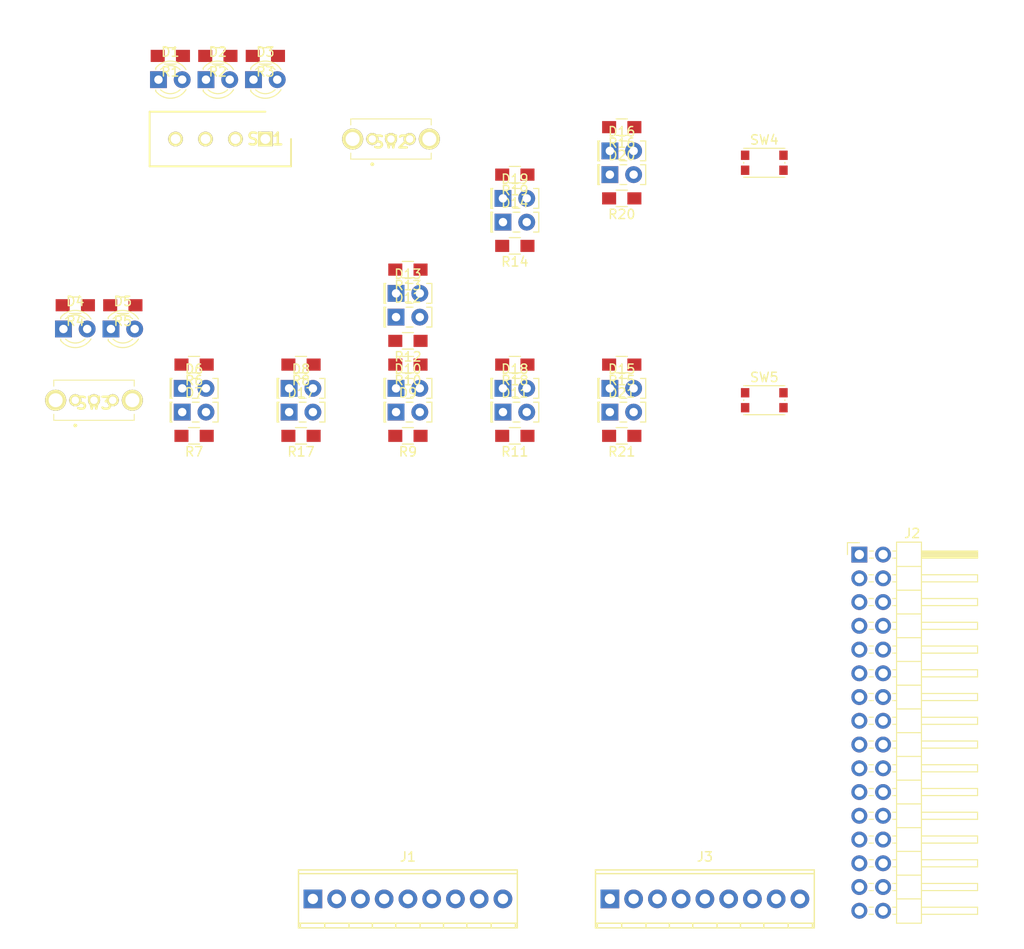
<source format=kicad_pcb>
(kicad_pcb (version 4) (host pcbnew 4.0.7)

  (general
    (links 97)
    (no_connects 97)
    (area 0 0 0 0)
    (thickness 1.6)
    (drawings 4)
    (tracks 0)
    (zones 0)
    (modules 50)
    (nets 60)
  )

  (page A4)
  (layers
    (0 F.Cu signal)
    (31 B.Cu signal)
    (32 B.Adhes user)
    (33 F.Adhes user)
    (34 B.Paste user)
    (35 F.Paste user)
    (36 B.SilkS user)
    (37 F.SilkS user)
    (38 B.Mask user)
    (39 F.Mask user)
    (40 Dwgs.User user)
    (41 Cmts.User user)
    (42 Eco1.User user)
    (43 Eco2.User user)
    (44 Edge.Cuts user)
    (45 Margin user)
    (46 B.CrtYd user)
    (47 F.CrtYd user)
    (48 B.Fab user)
    (49 F.Fab user)
  )

  (setup
    (last_trace_width 0.25)
    (trace_clearance 0.2)
    (zone_clearance 0.508)
    (zone_45_only no)
    (trace_min 0.2)
    (segment_width 0.2)
    (edge_width 0.15)
    (via_size 0.6)
    (via_drill 0.4)
    (via_min_size 0.4)
    (via_min_drill 0.3)
    (uvia_size 0.3)
    (uvia_drill 0.1)
    (uvias_allowed no)
    (uvia_min_size 0.2)
    (uvia_min_drill 0.1)
    (pcb_text_width 0.3)
    (pcb_text_size 1.5 1.5)
    (mod_edge_width 0.15)
    (mod_text_size 1 1)
    (mod_text_width 0.15)
    (pad_size 1.524 1.524)
    (pad_drill 0.762)
    (pad_to_mask_clearance 0.2)
    (aux_axis_origin 0 0)
    (visible_elements FFFFFF7F)
    (pcbplotparams
      (layerselection 0x00030_80000001)
      (usegerberextensions false)
      (excludeedgelayer true)
      (linewidth 0.100000)
      (plotframeref false)
      (viasonmask false)
      (mode 1)
      (useauxorigin false)
      (hpglpennumber 1)
      (hpglpenspeed 20)
      (hpglpendiameter 15)
      (hpglpenoverlay 2)
      (psnegative false)
      (psa4output false)
      (plotreference true)
      (plotvalue true)
      (plotinvisibletext false)
      (padsonsilk false)
      (subtractmaskfromsilk false)
      (outputformat 1)
      (mirror false)
      (drillshape 1)
      (scaleselection 1)
      (outputdirectory ""))
  )

  (net 0 "")
  (net 1 "Net-(D1-Pad1)")
  (net 2 /OUT2)
  (net 3 "Net-(D2-Pad1)")
  (net 4 /OUT4)
  (net 5 "Net-(D3-Pad1)")
  (net 6 /OUT6)
  (net 7 "Net-(D4-Pad1)")
  (net 8 /OUT8)
  (net 9 "Net-(D5-Pad1)")
  (net 10 /OUT10)
  (net 11 "Net-(D6-Pad1)")
  (net 12 /OUT12)
  (net 13 "Net-(D7-Pad1)")
  (net 14 /OUT14)
  (net 15 "Net-(D8-Pad1)")
  (net 16 /OUT16)
  (net 17 "Net-(D9-Pad1)")
  (net 18 /OUT1)
  (net 19 "Net-(D10-Pad1)")
  (net 20 /OUT3)
  (net 21 "Net-(D11-Pad1)")
  (net 22 /OUT5)
  (net 23 "Net-(D12-Pad1)")
  (net 24 /OUT7)
  (net 25 "Net-(D13-Pad1)")
  (net 26 /OUT9)
  (net 27 "Net-(D14-Pad1)")
  (net 28 /OUT11)
  (net 29 "Net-(D15-Pad1)")
  (net 30 /OUT13)
  (net 31 "Net-(D16-Pad1)")
  (net 32 /OUT15)
  (net 33 /IN4)
  (net 34 /IN1)
  (net 35 /IN2)
  (net 36 /IN3)
  (net 37 /IN5)
  (net 38 /IN6)
  (net 39 /IN7)
  (net 40 /IN8)
  (net 41 /VDD)
  (net 42 "Net-(J2-Pad9)")
  (net 43 "Net-(J2-Pad10)")
  (net 44 "Net-(J2-Pad11)")
  (net 45 "Net-(J2-Pad12)")
  (net 46 "Net-(J2-Pad13)")
  (net 47 "Net-(J2-Pad14)")
  (net 48 /GND)
  (net 49 "Net-(SW2-Pad3)")
  (net 50 "Net-(SW2-PadMH1)")
  (net 51 "Net-(SW2-PadMH2)")
  (net 52 "Net-(SW3-Pad3)")
  (net 53 "Net-(SW3-PadMH1)")
  (net 54 "Net-(SW3-PadMH2)")
  (net 55 "Net-(D17-Pad1)")
  (net 56 "Net-(D18-Pad1)")
  (net 57 "Net-(D19-Pad1)")
  (net 58 "Net-(D20-Pad1)")
  (net 59 "Net-(D21-Pad1)")

  (net_class Default "This is the default net class."
    (clearance 0.2)
    (trace_width 0.25)
    (via_dia 0.6)
    (via_drill 0.4)
    (uvia_dia 0.3)
    (uvia_drill 0.1)
    (add_net /GND)
    (add_net /IN1)
    (add_net /IN2)
    (add_net /IN3)
    (add_net /IN4)
    (add_net /IN5)
    (add_net /IN6)
    (add_net /IN7)
    (add_net /IN8)
    (add_net /OUT1)
    (add_net /OUT10)
    (add_net /OUT11)
    (add_net /OUT12)
    (add_net /OUT13)
    (add_net /OUT14)
    (add_net /OUT15)
    (add_net /OUT16)
    (add_net /OUT2)
    (add_net /OUT3)
    (add_net /OUT4)
    (add_net /OUT5)
    (add_net /OUT6)
    (add_net /OUT7)
    (add_net /OUT8)
    (add_net /OUT9)
    (add_net /VDD)
    (add_net "Net-(D1-Pad1)")
    (add_net "Net-(D10-Pad1)")
    (add_net "Net-(D11-Pad1)")
    (add_net "Net-(D12-Pad1)")
    (add_net "Net-(D13-Pad1)")
    (add_net "Net-(D14-Pad1)")
    (add_net "Net-(D15-Pad1)")
    (add_net "Net-(D16-Pad1)")
    (add_net "Net-(D17-Pad1)")
    (add_net "Net-(D18-Pad1)")
    (add_net "Net-(D19-Pad1)")
    (add_net "Net-(D2-Pad1)")
    (add_net "Net-(D20-Pad1)")
    (add_net "Net-(D21-Pad1)")
    (add_net "Net-(D3-Pad1)")
    (add_net "Net-(D4-Pad1)")
    (add_net "Net-(D5-Pad1)")
    (add_net "Net-(D6-Pad1)")
    (add_net "Net-(D7-Pad1)")
    (add_net "Net-(D8-Pad1)")
    (add_net "Net-(D9-Pad1)")
    (add_net "Net-(J2-Pad10)")
    (add_net "Net-(J2-Pad11)")
    (add_net "Net-(J2-Pad12)")
    (add_net "Net-(J2-Pad13)")
    (add_net "Net-(J2-Pad14)")
    (add_net "Net-(J2-Pad9)")
    (add_net "Net-(SW2-Pad3)")
    (add_net "Net-(SW2-PadMH1)")
    (add_net "Net-(SW2-PadMH2)")
    (add_net "Net-(SW3-Pad3)")
    (add_net "Net-(SW3-PadMH1)")
    (add_net "Net-(SW3-PadMH2)")
  )

  (module TerminalBlocks_Phoenix:TerminalBlock_Phoenix_MPT-2.54mm_9pol (layer F.Cu) (tedit 59FF0755) (tstamp 5DDFCF65)
    (at 133.35 146.05)
    (descr "9-way 2.54mm pitch terminal block, Phoenix MPT series")
    (path /5DDFD609)
    (fp_text reference J1 (at 10.16 -4.50088) (layer F.SilkS)
      (effects (font (size 1 1) (thickness 0.15)))
    )
    (fp_text value Inputs (at 10.16 4.50088) (layer F.Fab)
      (effects (font (size 1 1) (thickness 0.15)))
    )
    (fp_text user %R (at 10.16 0) (layer F.Fab)
      (effects (font (size 1 1) (thickness 0.15)))
    )
    (fp_line (start -1.78 -3.3) (end 22.1 -3.3) (layer F.CrtYd) (width 0.05))
    (fp_line (start -1.78 3.3) (end -1.78 -3.3) (layer F.CrtYd) (width 0.05))
    (fp_line (start 22.1 3.3) (end -1.78 3.3) (layer F.CrtYd) (width 0.05))
    (fp_line (start 22.1 -3.3) (end 22.1 3.3) (layer F.CrtYd) (width 0.05))
    (fp_line (start 8.85952 2.60096) (end 8.85952 3.0988) (layer F.SilkS) (width 0.15))
    (fp_line (start -1.53924 3.0988) (end 21.85924 3.0988) (layer F.SilkS) (width 0.15))
    (fp_line (start 21.85924 2.60096) (end -1.53924 2.60096) (layer F.SilkS) (width 0.15))
    (fp_line (start -1.53924 -2.70002) (end 21.85924 -2.70002) (layer F.SilkS) (width 0.15))
    (fp_line (start 21.85924 -3.0988) (end -1.53924 -3.0988) (layer F.SilkS) (width 0.15))
    (fp_line (start 11.46048 2.60096) (end 11.46048 3.0988) (layer F.SilkS) (width 0.15))
    (fp_line (start 19.06016 2.60096) (end 19.06016 3.0988) (layer F.SilkS) (width 0.15))
    (fp_line (start 16.4592 2.60096) (end 16.4592 3.0988) (layer F.SilkS) (width 0.15))
    (fp_line (start 13.96238 2.60096) (end 13.96238 3.0988) (layer F.SilkS) (width 0.15))
    (fp_line (start 6.36016 2.60096) (end 6.36016 3.0988) (layer F.SilkS) (width 0.15))
    (fp_line (start 3.86334 2.60096) (end 3.86334 3.0988) (layer F.SilkS) (width 0.15))
    (fp_line (start -1.33858 3.0988) (end -1.33858 2.60096) (layer F.SilkS) (width 0.15))
    (fp_line (start 21.65858 2.60096) (end 21.65858 3.0988) (layer F.SilkS) (width 0.15))
    (fp_line (start 1.26492 3.0988) (end 1.26492 2.60096) (layer F.SilkS) (width 0.15))
    (fp_line (start 21.8567 3.0988) (end 21.8567 -3.0988) (layer F.SilkS) (width 0.15))
    (fp_line (start -1.5367 -3.0988) (end -1.5367 3.0988) (layer F.SilkS) (width 0.15))
    (pad 4 thru_hole oval (at 7.62 0 180) (size 1.99898 1.99898) (drill 1.09728) (layers *.Cu *.Mask)
      (net 33 /IN4))
    (pad 1 thru_hole rect (at 0 0 180) (size 1.99898 1.99898) (drill 1.09728) (layers *.Cu *.Mask)
      (net 34 /IN1))
    (pad 2 thru_hole oval (at 2.54 0 180) (size 1.99898 1.99898) (drill 1.09728) (layers *.Cu *.Mask)
      (net 35 /IN2))
    (pad 3 thru_hole oval (at 5.08 0 180) (size 1.99898 1.99898) (drill 1.09728) (layers *.Cu *.Mask)
      (net 36 /IN3))
    (pad 5 thru_hole oval (at 10.16 0 180) (size 1.99898 1.99898) (drill 1.09728) (layers *.Cu *.Mask)
      (net 37 /IN5))
    (pad 6 thru_hole oval (at 12.7 0 180) (size 1.99898 1.99898) (drill 1.09728) (layers *.Cu *.Mask)
      (net 38 /IN6))
    (pad 7 thru_hole oval (at 15.24 0 180) (size 1.99898 1.99898) (drill 1.09728) (layers *.Cu *.Mask)
      (net 39 /IN7))
    (pad 8 thru_hole oval (at 17.78 0 180) (size 1.99898 1.99898) (drill 1.09728) (layers *.Cu *.Mask)
      (net 40 /IN8))
    (pad 9 thru_hole oval (at 20.32 0 180) (size 1.99898 1.99898) (drill 1.09728) (layers *.Cu *.Mask)
      (net 41 /VDD))
    (model ${KISYS3DMOD}/TerminalBlock_Phoenix.3dshapes/TerminalBlock_Phoenix_MPT-2.54mm_9pol.wrl
      (at (xyz 0.4 0 0))
      (scale (xyz 1 1 1))
      (rotate (xyz 0 0 0))
    )
  )

  (module Pin_Headers:Pin_Header_Angled_2x16_Pitch2.54mm (layer F.Cu) (tedit 59650533) (tstamp 5DDFCF89)
    (at 191.77 109.22)
    (descr "Through hole angled pin header, 2x16, 2.54mm pitch, 6mm pin length, double rows")
    (tags "Through hole angled pin header THT 2x16 2.54mm double row")
    (path /5DDFDA2C)
    (fp_text reference J2 (at 5.655 -2.27) (layer F.SilkS)
      (effects (font (size 1 1) (thickness 0.15)))
    )
    (fp_text value Conn_02x16_Counter_Clockwise (at 5.655 40.37) (layer F.Fab)
      (effects (font (size 1 1) (thickness 0.15)))
    )
    (fp_line (start 4.675 -1.27) (end 6.58 -1.27) (layer F.Fab) (width 0.1))
    (fp_line (start 6.58 -1.27) (end 6.58 39.37) (layer F.Fab) (width 0.1))
    (fp_line (start 6.58 39.37) (end 4.04 39.37) (layer F.Fab) (width 0.1))
    (fp_line (start 4.04 39.37) (end 4.04 -0.635) (layer F.Fab) (width 0.1))
    (fp_line (start 4.04 -0.635) (end 4.675 -1.27) (layer F.Fab) (width 0.1))
    (fp_line (start -0.32 -0.32) (end 4.04 -0.32) (layer F.Fab) (width 0.1))
    (fp_line (start -0.32 -0.32) (end -0.32 0.32) (layer F.Fab) (width 0.1))
    (fp_line (start -0.32 0.32) (end 4.04 0.32) (layer F.Fab) (width 0.1))
    (fp_line (start 6.58 -0.32) (end 12.58 -0.32) (layer F.Fab) (width 0.1))
    (fp_line (start 12.58 -0.32) (end 12.58 0.32) (layer F.Fab) (width 0.1))
    (fp_line (start 6.58 0.32) (end 12.58 0.32) (layer F.Fab) (width 0.1))
    (fp_line (start -0.32 2.22) (end 4.04 2.22) (layer F.Fab) (width 0.1))
    (fp_line (start -0.32 2.22) (end -0.32 2.86) (layer F.Fab) (width 0.1))
    (fp_line (start -0.32 2.86) (end 4.04 2.86) (layer F.Fab) (width 0.1))
    (fp_line (start 6.58 2.22) (end 12.58 2.22) (layer F.Fab) (width 0.1))
    (fp_line (start 12.58 2.22) (end 12.58 2.86) (layer F.Fab) (width 0.1))
    (fp_line (start 6.58 2.86) (end 12.58 2.86) (layer F.Fab) (width 0.1))
    (fp_line (start -0.32 4.76) (end 4.04 4.76) (layer F.Fab) (width 0.1))
    (fp_line (start -0.32 4.76) (end -0.32 5.4) (layer F.Fab) (width 0.1))
    (fp_line (start -0.32 5.4) (end 4.04 5.4) (layer F.Fab) (width 0.1))
    (fp_line (start 6.58 4.76) (end 12.58 4.76) (layer F.Fab) (width 0.1))
    (fp_line (start 12.58 4.76) (end 12.58 5.4) (layer F.Fab) (width 0.1))
    (fp_line (start 6.58 5.4) (end 12.58 5.4) (layer F.Fab) (width 0.1))
    (fp_line (start -0.32 7.3) (end 4.04 7.3) (layer F.Fab) (width 0.1))
    (fp_line (start -0.32 7.3) (end -0.32 7.94) (layer F.Fab) (width 0.1))
    (fp_line (start -0.32 7.94) (end 4.04 7.94) (layer F.Fab) (width 0.1))
    (fp_line (start 6.58 7.3) (end 12.58 7.3) (layer F.Fab) (width 0.1))
    (fp_line (start 12.58 7.3) (end 12.58 7.94) (layer F.Fab) (width 0.1))
    (fp_line (start 6.58 7.94) (end 12.58 7.94) (layer F.Fab) (width 0.1))
    (fp_line (start -0.32 9.84) (end 4.04 9.84) (layer F.Fab) (width 0.1))
    (fp_line (start -0.32 9.84) (end -0.32 10.48) (layer F.Fab) (width 0.1))
    (fp_line (start -0.32 10.48) (end 4.04 10.48) (layer F.Fab) (width 0.1))
    (fp_line (start 6.58 9.84) (end 12.58 9.84) (layer F.Fab) (width 0.1))
    (fp_line (start 12.58 9.84) (end 12.58 10.48) (layer F.Fab) (width 0.1))
    (fp_line (start 6.58 10.48) (end 12.58 10.48) (layer F.Fab) (width 0.1))
    (fp_line (start -0.32 12.38) (end 4.04 12.38) (layer F.Fab) (width 0.1))
    (fp_line (start -0.32 12.38) (end -0.32 13.02) (layer F.Fab) (width 0.1))
    (fp_line (start -0.32 13.02) (end 4.04 13.02) (layer F.Fab) (width 0.1))
    (fp_line (start 6.58 12.38) (end 12.58 12.38) (layer F.Fab) (width 0.1))
    (fp_line (start 12.58 12.38) (end 12.58 13.02) (layer F.Fab) (width 0.1))
    (fp_line (start 6.58 13.02) (end 12.58 13.02) (layer F.Fab) (width 0.1))
    (fp_line (start -0.32 14.92) (end 4.04 14.92) (layer F.Fab) (width 0.1))
    (fp_line (start -0.32 14.92) (end -0.32 15.56) (layer F.Fab) (width 0.1))
    (fp_line (start -0.32 15.56) (end 4.04 15.56) (layer F.Fab) (width 0.1))
    (fp_line (start 6.58 14.92) (end 12.58 14.92) (layer F.Fab) (width 0.1))
    (fp_line (start 12.58 14.92) (end 12.58 15.56) (layer F.Fab) (width 0.1))
    (fp_line (start 6.58 15.56) (end 12.58 15.56) (layer F.Fab) (width 0.1))
    (fp_line (start -0.32 17.46) (end 4.04 17.46) (layer F.Fab) (width 0.1))
    (fp_line (start -0.32 17.46) (end -0.32 18.1) (layer F.Fab) (width 0.1))
    (fp_line (start -0.32 18.1) (end 4.04 18.1) (layer F.Fab) (width 0.1))
    (fp_line (start 6.58 17.46) (end 12.58 17.46) (layer F.Fab) (width 0.1))
    (fp_line (start 12.58 17.46) (end 12.58 18.1) (layer F.Fab) (width 0.1))
    (fp_line (start 6.58 18.1) (end 12.58 18.1) (layer F.Fab) (width 0.1))
    (fp_line (start -0.32 20) (end 4.04 20) (layer F.Fab) (width 0.1))
    (fp_line (start -0.32 20) (end -0.32 20.64) (layer F.Fab) (width 0.1))
    (fp_line (start -0.32 20.64) (end 4.04 20.64) (layer F.Fab) (width 0.1))
    (fp_line (start 6.58 20) (end 12.58 20) (layer F.Fab) (width 0.1))
    (fp_line (start 12.58 20) (end 12.58 20.64) (layer F.Fab) (width 0.1))
    (fp_line (start 6.58 20.64) (end 12.58 20.64) (layer F.Fab) (width 0.1))
    (fp_line (start -0.32 22.54) (end 4.04 22.54) (layer F.Fab) (width 0.1))
    (fp_line (start -0.32 22.54) (end -0.32 23.18) (layer F.Fab) (width 0.1))
    (fp_line (start -0.32 23.18) (end 4.04 23.18) (layer F.Fab) (width 0.1))
    (fp_line (start 6.58 22.54) (end 12.58 22.54) (layer F.Fab) (width 0.1))
    (fp_line (start 12.58 22.54) (end 12.58 23.18) (layer F.Fab) (width 0.1))
    (fp_line (start 6.58 23.18) (end 12.58 23.18) (layer F.Fab) (width 0.1))
    (fp_line (start -0.32 25.08) (end 4.04 25.08) (layer F.Fab) (width 0.1))
    (fp_line (start -0.32 25.08) (end -0.32 25.72) (layer F.Fab) (width 0.1))
    (fp_line (start -0.32 25.72) (end 4.04 25.72) (layer F.Fab) (width 0.1))
    (fp_line (start 6.58 25.08) (end 12.58 25.08) (layer F.Fab) (width 0.1))
    (fp_line (start 12.58 25.08) (end 12.58 25.72) (layer F.Fab) (width 0.1))
    (fp_line (start 6.58 25.72) (end 12.58 25.72) (layer F.Fab) (width 0.1))
    (fp_line (start -0.32 27.62) (end 4.04 27.62) (layer F.Fab) (width 0.1))
    (fp_line (start -0.32 27.62) (end -0.32 28.26) (layer F.Fab) (width 0.1))
    (fp_line (start -0.32 28.26) (end 4.04 28.26) (layer F.Fab) (width 0.1))
    (fp_line (start 6.58 27.62) (end 12.58 27.62) (layer F.Fab) (width 0.1))
    (fp_line (start 12.58 27.62) (end 12.58 28.26) (layer F.Fab) (width 0.1))
    (fp_line (start 6.58 28.26) (end 12.58 28.26) (layer F.Fab) (width 0.1))
    (fp_line (start -0.32 30.16) (end 4.04 30.16) (layer F.Fab) (width 0.1))
    (fp_line (start -0.32 30.16) (end -0.32 30.8) (layer F.Fab) (width 0.1))
    (fp_line (start -0.32 30.8) (end 4.04 30.8) (layer F.Fab) (width 0.1))
    (fp_line (start 6.58 30.16) (end 12.58 30.16) (layer F.Fab) (width 0.1))
    (fp_line (start 12.58 30.16) (end 12.58 30.8) (layer F.Fab) (width 0.1))
    (fp_line (start 6.58 30.8) (end 12.58 30.8) (layer F.Fab) (width 0.1))
    (fp_line (start -0.32 32.7) (end 4.04 32.7) (layer F.Fab) (width 0.1))
    (fp_line (start -0.32 32.7) (end -0.32 33.34) (layer F.Fab) (width 0.1))
    (fp_line (start -0.32 33.34) (end 4.04 33.34) (layer F.Fab) (width 0.1))
    (fp_line (start 6.58 32.7) (end 12.58 32.7) (layer F.Fab) (width 0.1))
    (fp_line (start 12.58 32.7) (end 12.58 33.34) (layer F.Fab) (width 0.1))
    (fp_line (start 6.58 33.34) (end 12.58 33.34) (layer F.Fab) (width 0.1))
    (fp_line (start -0.32 35.24) (end 4.04 35.24) (layer F.Fab) (width 0.1))
    (fp_line (start -0.32 35.24) (end -0.32 35.88) (layer F.Fab) (width 0.1))
    (fp_line (start -0.32 35.88) (end 4.04 35.88) (layer F.Fab) (width 0.1))
    (fp_line (start 6.58 35.24) (end 12.58 35.24) (layer F.Fab) (width 0.1))
    (fp_line (start 12.58 35.24) (end 12.58 35.88) (layer F.Fab) (width 0.1))
    (fp_line (start 6.58 35.88) (end 12.58 35.88) (layer F.Fab) (width 0.1))
    (fp_line (start -0.32 37.78) (end 4.04 37.78) (layer F.Fab) (width 0.1))
    (fp_line (start -0.32 37.78) (end -0.32 38.42) (layer F.Fab) (width 0.1))
    (fp_line (start -0.32 38.42) (end 4.04 38.42) (layer F.Fab) (width 0.1))
    (fp_line (start 6.58 37.78) (end 12.58 37.78) (layer F.Fab) (width 0.1))
    (fp_line (start 12.58 37.78) (end 12.58 38.42) (layer F.Fab) (width 0.1))
    (fp_line (start 6.58 38.42) (end 12.58 38.42) (layer F.Fab) (width 0.1))
    (fp_line (start 3.98 -1.33) (end 3.98 39.43) (layer F.SilkS) (width 0.12))
    (fp_line (start 3.98 39.43) (end 6.64 39.43) (layer F.SilkS) (width 0.12))
    (fp_line (start 6.64 39.43) (end 6.64 -1.33) (layer F.SilkS) (width 0.12))
    (fp_line (start 6.64 -1.33) (end 3.98 -1.33) (layer F.SilkS) (width 0.12))
    (fp_line (start 6.64 -0.38) (end 12.64 -0.38) (layer F.SilkS) (width 0.12))
    (fp_line (start 12.64 -0.38) (end 12.64 0.38) (layer F.SilkS) (width 0.12))
    (fp_line (start 12.64 0.38) (end 6.64 0.38) (layer F.SilkS) (width 0.12))
    (fp_line (start 6.64 -0.32) (end 12.64 -0.32) (layer F.SilkS) (width 0.12))
    (fp_line (start 6.64 -0.2) (end 12.64 -0.2) (layer F.SilkS) (width 0.12))
    (fp_line (start 6.64 -0.08) (end 12.64 -0.08) (layer F.SilkS) (width 0.12))
    (fp_line (start 6.64 0.04) (end 12.64 0.04) (layer F.SilkS) (width 0.12))
    (fp_line (start 6.64 0.16) (end 12.64 0.16) (layer F.SilkS) (width 0.12))
    (fp_line (start 6.64 0.28) (end 12.64 0.28) (layer F.SilkS) (width 0.12))
    (fp_line (start 3.582929 -0.38) (end 3.98 -0.38) (layer F.SilkS) (width 0.12))
    (fp_line (start 3.582929 0.38) (end 3.98 0.38) (layer F.SilkS) (width 0.12))
    (fp_line (start 1.11 -0.38) (end 1.497071 -0.38) (layer F.SilkS) (width 0.12))
    (fp_line (start 1.11 0.38) (end 1.497071 0.38) (layer F.SilkS) (width 0.12))
    (fp_line (start 3.98 1.27) (end 6.64 1.27) (layer F.SilkS) (width 0.12))
    (fp_line (start 6.64 2.16) (end 12.64 2.16) (layer F.SilkS) (width 0.12))
    (fp_line (start 12.64 2.16) (end 12.64 2.92) (layer F.SilkS) (width 0.12))
    (fp_line (start 12.64 2.92) (end 6.64 2.92) (layer F.SilkS) (width 0.12))
    (fp_line (start 3.582929 2.16) (end 3.98 2.16) (layer F.SilkS) (width 0.12))
    (fp_line (start 3.582929 2.92) (end 3.98 2.92) (layer F.SilkS) (width 0.12))
    (fp_line (start 1.042929 2.16) (end 1.497071 2.16) (layer F.SilkS) (width 0.12))
    (fp_line (start 1.042929 2.92) (end 1.497071 2.92) (layer F.SilkS) (width 0.12))
    (fp_line (start 3.98 3.81) (end 6.64 3.81) (layer F.SilkS) (width 0.12))
    (fp_line (start 6.64 4.7) (end 12.64 4.7) (layer F.SilkS) (width 0.12))
    (fp_line (start 12.64 4.7) (end 12.64 5.46) (layer F.SilkS) (width 0.12))
    (fp_line (start 12.64 5.46) (end 6.64 5.46) (layer F.SilkS) (width 0.12))
    (fp_line (start 3.582929 4.7) (end 3.98 4.7) (layer F.SilkS) (width 0.12))
    (fp_line (start 3.582929 5.46) (end 3.98 5.46) (layer F.SilkS) (width 0.12))
    (fp_line (start 1.042929 4.7) (end 1.497071 4.7) (layer F.SilkS) (width 0.12))
    (fp_line (start 1.042929 5.46) (end 1.497071 5.46) (layer F.SilkS) (width 0.12))
    (fp_line (start 3.98 6.35) (end 6.64 6.35) (layer F.SilkS) (width 0.12))
    (fp_line (start 6.64 7.24) (end 12.64 7.24) (layer F.SilkS) (width 0.12))
    (fp_line (start 12.64 7.24) (end 12.64 8) (layer F.SilkS) (width 0.12))
    (fp_line (start 12.64 8) (end 6.64 8) (layer F.SilkS) (width 0.12))
    (fp_line (start 3.582929 7.24) (end 3.98 7.24) (layer F.SilkS) (width 0.12))
    (fp_line (start 3.582929 8) (end 3.98 8) (layer F.SilkS) (width 0.12))
    (fp_line (start 1.042929 7.24) (end 1.497071 7.24) (layer F.SilkS) (width 0.12))
    (fp_line (start 1.042929 8) (end 1.497071 8) (layer F.SilkS) (width 0.12))
    (fp_line (start 3.98 8.89) (end 6.64 8.89) (layer F.SilkS) (width 0.12))
    (fp_line (start 6.64 9.78) (end 12.64 9.78) (layer F.SilkS) (width 0.12))
    (fp_line (start 12.64 9.78) (end 12.64 10.54) (layer F.SilkS) (width 0.12))
    (fp_line (start 12.64 10.54) (end 6.64 10.54) (layer F.SilkS) (width 0.12))
    (fp_line (start 3.582929 9.78) (end 3.98 9.78) (layer F.SilkS) (width 0.12))
    (fp_line (start 3.582929 10.54) (end 3.98 10.54) (layer F.SilkS) (width 0.12))
    (fp_line (start 1.042929 9.78) (end 1.497071 9.78) (layer F.SilkS) (width 0.12))
    (fp_line (start 1.042929 10.54) (end 1.497071 10.54) (layer F.SilkS) (width 0.12))
    (fp_line (start 3.98 11.43) (end 6.64 11.43) (layer F.SilkS) (width 0.12))
    (fp_line (start 6.64 12.32) (end 12.64 12.32) (layer F.SilkS) (width 0.12))
    (fp_line (start 12.64 12.32) (end 12.64 13.08) (layer F.SilkS) (width 0.12))
    (fp_line (start 12.64 13.08) (end 6.64 13.08) (layer F.SilkS) (width 0.12))
    (fp_line (start 3.582929 12.32) (end 3.98 12.32) (layer F.SilkS) (width 0.12))
    (fp_line (start 3.582929 13.08) (end 3.98 13.08) (layer F.SilkS) (width 0.12))
    (fp_line (start 1.042929 12.32) (end 1.497071 12.32) (layer F.SilkS) (width 0.12))
    (fp_line (start 1.042929 13.08) (end 1.497071 13.08) (layer F.SilkS) (width 0.12))
    (fp_line (start 3.98 13.97) (end 6.64 13.97) (layer F.SilkS) (width 0.12))
    (fp_line (start 6.64 14.86) (end 12.64 14.86) (layer F.SilkS) (width 0.12))
    (fp_line (start 12.64 14.86) (end 12.64 15.62) (layer F.SilkS) (width 0.12))
    (fp_line (start 12.64 15.62) (end 6.64 15.62) (layer F.SilkS) (width 0.12))
    (fp_line (start 3.582929 14.86) (end 3.98 14.86) (layer F.SilkS) (width 0.12))
    (fp_line (start 3.582929 15.62) (end 3.98 15.62) (layer F.SilkS) (width 0.12))
    (fp_line (start 1.042929 14.86) (end 1.497071 14.86) (layer F.SilkS) (width 0.12))
    (fp_line (start 1.042929 15.62) (end 1.497071 15.62) (layer F.SilkS) (width 0.12))
    (fp_line (start 3.98 16.51) (end 6.64 16.51) (layer F.SilkS) (width 0.12))
    (fp_line (start 6.64 17.4) (end 12.64 17.4) (layer F.SilkS) (width 0.12))
    (fp_line (start 12.64 17.4) (end 12.64 18.16) (layer F.SilkS) (width 0.12))
    (fp_line (start 12.64 18.16) (end 6.64 18.16) (layer F.SilkS) (width 0.12))
    (fp_line (start 3.582929 17.4) (end 3.98 17.4) (layer F.SilkS) (width 0.12))
    (fp_line (start 3.582929 18.16) (end 3.98 18.16) (layer F.SilkS) (width 0.12))
    (fp_line (start 1.042929 17.4) (end 1.497071 17.4) (layer F.SilkS) (width 0.12))
    (fp_line (start 1.042929 18.16) (end 1.497071 18.16) (layer F.SilkS) (width 0.12))
    (fp_line (start 3.98 19.05) (end 6.64 19.05) (layer F.SilkS) (width 0.12))
    (fp_line (start 6.64 19.94) (end 12.64 19.94) (layer F.SilkS) (width 0.12))
    (fp_line (start 12.64 19.94) (end 12.64 20.7) (layer F.SilkS) (width 0.12))
    (fp_line (start 12.64 20.7) (end 6.64 20.7) (layer F.SilkS) (width 0.12))
    (fp_line (start 3.582929 19.94) (end 3.98 19.94) (layer F.SilkS) (width 0.12))
    (fp_line (start 3.582929 20.7) (end 3.98 20.7) (layer F.SilkS) (width 0.12))
    (fp_line (start 1.042929 19.94) (end 1.497071 19.94) (layer F.SilkS) (width 0.12))
    (fp_line (start 1.042929 20.7) (end 1.497071 20.7) (layer F.SilkS) (width 0.12))
    (fp_line (start 3.98 21.59) (end 6.64 21.59) (layer F.SilkS) (width 0.12))
    (fp_line (start 6.64 22.48) (end 12.64 22.48) (layer F.SilkS) (width 0.12))
    (fp_line (start 12.64 22.48) (end 12.64 23.24) (layer F.SilkS) (width 0.12))
    (fp_line (start 12.64 23.24) (end 6.64 23.24) (layer F.SilkS) (width 0.12))
    (fp_line (start 3.582929 22.48) (end 3.98 22.48) (layer F.SilkS) (width 0.12))
    (fp_line (start 3.582929 23.24) (end 3.98 23.24) (layer F.SilkS) (width 0.12))
    (fp_line (start 1.042929 22.48) (end 1.497071 22.48) (layer F.SilkS) (width 0.12))
    (fp_line (start 1.042929 23.24) (end 1.497071 23.24) (layer F.SilkS) (width 0.12))
    (fp_line (start 3.98 24.13) (end 6.64 24.13) (layer F.SilkS) (width 0.12))
    (fp_line (start 6.64 25.02) (end 12.64 25.02) (layer F.SilkS) (width 0.12))
    (fp_line (start 12.64 25.02) (end 12.64 25.78) (layer F.SilkS) (width 0.12))
    (fp_line (start 12.64 25.78) (end 6.64 25.78) (layer F.SilkS) (width 0.12))
    (fp_line (start 3.582929 25.02) (end 3.98 25.02) (layer F.SilkS) (width 0.12))
    (fp_line (start 3.582929 25.78) (end 3.98 25.78) (layer F.SilkS) (width 0.12))
    (fp_line (start 1.042929 25.02) (end 1.497071 25.02) (layer F.SilkS) (width 0.12))
    (fp_line (start 1.042929 25.78) (end 1.497071 25.78) (layer F.SilkS) (width 0.12))
    (fp_line (start 3.98 26.67) (end 6.64 26.67) (layer F.SilkS) (width 0.12))
    (fp_line (start 6.64 27.56) (end 12.64 27.56) (layer F.SilkS) (width 0.12))
    (fp_line (start 12.64 27.56) (end 12.64 28.32) (layer F.SilkS) (width 0.12))
    (fp_line (start 12.64 28.32) (end 6.64 28.32) (layer F.SilkS) (width 0.12))
    (fp_line (start 3.582929 27.56) (end 3.98 27.56) (layer F.SilkS) (width 0.12))
    (fp_line (start 3.582929 28.32) (end 3.98 28.32) (layer F.SilkS) (width 0.12))
    (fp_line (start 1.042929 27.56) (end 1.497071 27.56) (layer F.SilkS) (width 0.12))
    (fp_line (start 1.042929 28.32) (end 1.497071 28.32) (layer F.SilkS) (width 0.12))
    (fp_line (start 3.98 29.21) (end 6.64 29.21) (layer F.SilkS) (width 0.12))
    (fp_line (start 6.64 30.1) (end 12.64 30.1) (layer F.SilkS) (width 0.12))
    (fp_line (start 12.64 30.1) (end 12.64 30.86) (layer F.SilkS) (width 0.12))
    (fp_line (start 12.64 30.86) (end 6.64 30.86) (layer F.SilkS) (width 0.12))
    (fp_line (start 3.582929 30.1) (end 3.98 30.1) (layer F.SilkS) (width 0.12))
    (fp_line (start 3.582929 30.86) (end 3.98 30.86) (layer F.SilkS) (width 0.12))
    (fp_line (start 1.042929 30.1) (end 1.497071 30.1) (layer F.SilkS) (width 0.12))
    (fp_line (start 1.042929 30.86) (end 1.497071 30.86) (layer F.SilkS) (width 0.12))
    (fp_line (start 3.98 31.75) (end 6.64 31.75) (layer F.SilkS) (width 0.12))
    (fp_line (start 6.64 32.64) (end 12.64 32.64) (layer F.SilkS) (width 0.12))
    (fp_line (start 12.64 32.64) (end 12.64 33.4) (layer F.SilkS) (width 0.12))
    (fp_line (start 12.64 33.4) (end 6.64 33.4) (layer F.SilkS) (width 0.12))
    (fp_line (start 3.582929 32.64) (end 3.98 32.64) (layer F.SilkS) (width 0.12))
    (fp_line (start 3.582929 33.4) (end 3.98 33.4) (layer F.SilkS) (width 0.12))
    (fp_line (start 1.042929 32.64) (end 1.497071 32.64) (layer F.SilkS) (width 0.12))
    (fp_line (start 1.042929 33.4) (end 1.497071 33.4) (layer F.SilkS) (width 0.12))
    (fp_line (start 3.98 34.29) (end 6.64 34.29) (layer F.SilkS) (width 0.12))
    (fp_line (start 6.64 35.18) (end 12.64 35.18) (layer F.SilkS) (width 0.12))
    (fp_line (start 12.64 35.18) (end 12.64 35.94) (layer F.SilkS) (width 0.12))
    (fp_line (start 12.64 35.94) (end 6.64 35.94) (layer F.SilkS) (width 0.12))
    (fp_line (start 3.582929 35.18) (end 3.98 35.18) (layer F.SilkS) (width 0.12))
    (fp_line (start 3.582929 35.94) (end 3.98 35.94) (layer F.SilkS) (width 0.12))
    (fp_line (start 1.042929 35.18) (end 1.497071 35.18) (layer F.SilkS) (width 0.12))
    (fp_line (start 1.042929 35.94) (end 1.497071 35.94) (layer F.SilkS) (width 0.12))
    (fp_line (start 3.98 36.83) (end 6.64 36.83) (layer F.SilkS) (width 0.12))
    (fp_line (start 6.64 37.72) (end 12.64 37.72) (layer F.SilkS) (width 0.12))
    (fp_line (start 12.64 37.72) (end 12.64 38.48) (layer F.SilkS) (width 0.12))
    (fp_line (start 12.64 38.48) (end 6.64 38.48) (layer F.SilkS) (width 0.12))
    (fp_line (start 3.582929 37.72) (end 3.98 37.72) (layer F.SilkS) (width 0.12))
    (fp_line (start 3.582929 38.48) (end 3.98 38.48) (layer F.SilkS) (width 0.12))
    (fp_line (start 1.042929 37.72) (end 1.497071 37.72) (layer F.SilkS) (width 0.12))
    (fp_line (start 1.042929 38.48) (end 1.497071 38.48) (layer F.SilkS) (width 0.12))
    (fp_line (start -1.27 0) (end -1.27 -1.27) (layer F.SilkS) (width 0.12))
    (fp_line (start -1.27 -1.27) (end 0 -1.27) (layer F.SilkS) (width 0.12))
    (fp_line (start -1.8 -1.8) (end -1.8 39.9) (layer F.CrtYd) (width 0.05))
    (fp_line (start -1.8 39.9) (end 13.1 39.9) (layer F.CrtYd) (width 0.05))
    (fp_line (start 13.1 39.9) (end 13.1 -1.8) (layer F.CrtYd) (width 0.05))
    (fp_line (start 13.1 -1.8) (end -1.8 -1.8) (layer F.CrtYd) (width 0.05))
    (fp_text user %R (at 5.31 19.05 90) (layer F.Fab)
      (effects (font (size 1 1) (thickness 0.15)))
    )
    (pad 1 thru_hole rect (at 0 0) (size 1.7 1.7) (drill 1) (layers *.Cu *.Mask)
      (net 34 /IN1))
    (pad 2 thru_hole oval (at 2.54 0) (size 1.7 1.7) (drill 1) (layers *.Cu *.Mask)
      (net 35 /IN2))
    (pad 3 thru_hole oval (at 0 2.54) (size 1.7 1.7) (drill 1) (layers *.Cu *.Mask)
      (net 36 /IN3))
    (pad 4 thru_hole oval (at 2.54 2.54) (size 1.7 1.7) (drill 1) (layers *.Cu *.Mask)
      (net 33 /IN4))
    (pad 5 thru_hole oval (at 0 5.08) (size 1.7 1.7) (drill 1) (layers *.Cu *.Mask)
      (net 37 /IN5))
    (pad 6 thru_hole oval (at 2.54 5.08) (size 1.7 1.7) (drill 1) (layers *.Cu *.Mask)
      (net 38 /IN6))
    (pad 7 thru_hole oval (at 0 7.62) (size 1.7 1.7) (drill 1) (layers *.Cu *.Mask)
      (net 39 /IN7))
    (pad 8 thru_hole oval (at 2.54 7.62) (size 1.7 1.7) (drill 1) (layers *.Cu *.Mask)
      (net 40 /IN8))
    (pad 9 thru_hole oval (at 0 10.16) (size 1.7 1.7) (drill 1) (layers *.Cu *.Mask)
      (net 42 "Net-(J2-Pad9)"))
    (pad 10 thru_hole oval (at 2.54 10.16) (size 1.7 1.7) (drill 1) (layers *.Cu *.Mask)
      (net 43 "Net-(J2-Pad10)"))
    (pad 11 thru_hole oval (at 0 12.7) (size 1.7 1.7) (drill 1) (layers *.Cu *.Mask)
      (net 44 "Net-(J2-Pad11)"))
    (pad 12 thru_hole oval (at 2.54 12.7) (size 1.7 1.7) (drill 1) (layers *.Cu *.Mask)
      (net 45 "Net-(J2-Pad12)"))
    (pad 13 thru_hole oval (at 0 15.24) (size 1.7 1.7) (drill 1) (layers *.Cu *.Mask)
      (net 46 "Net-(J2-Pad13)"))
    (pad 14 thru_hole oval (at 2.54 15.24) (size 1.7 1.7) (drill 1) (layers *.Cu *.Mask)
      (net 47 "Net-(J2-Pad14)"))
    (pad 15 thru_hole oval (at 0 17.78) (size 1.7 1.7) (drill 1) (layers *.Cu *.Mask)
      (net 41 /VDD))
    (pad 16 thru_hole oval (at 2.54 17.78) (size 1.7 1.7) (drill 1) (layers *.Cu *.Mask)
      (net 48 /GND))
    (pad 17 thru_hole oval (at 0 20.32) (size 1.7 1.7) (drill 1) (layers *.Cu *.Mask)
      (net 16 /OUT16))
    (pad 18 thru_hole oval (at 2.54 20.32) (size 1.7 1.7) (drill 1) (layers *.Cu *.Mask)
      (net 32 /OUT15))
    (pad 19 thru_hole oval (at 0 22.86) (size 1.7 1.7) (drill 1) (layers *.Cu *.Mask)
      (net 14 /OUT14))
    (pad 20 thru_hole oval (at 2.54 22.86) (size 1.7 1.7) (drill 1) (layers *.Cu *.Mask)
      (net 30 /OUT13))
    (pad 21 thru_hole oval (at 0 25.4) (size 1.7 1.7) (drill 1) (layers *.Cu *.Mask)
      (net 12 /OUT12))
    (pad 22 thru_hole oval (at 2.54 25.4) (size 1.7 1.7) (drill 1) (layers *.Cu *.Mask)
      (net 28 /OUT11))
    (pad 23 thru_hole oval (at 0 27.94) (size 1.7 1.7) (drill 1) (layers *.Cu *.Mask)
      (net 10 /OUT10))
    (pad 24 thru_hole oval (at 2.54 27.94) (size 1.7 1.7) (drill 1) (layers *.Cu *.Mask)
      (net 26 /OUT9))
    (pad 25 thru_hole oval (at 0 30.48) (size 1.7 1.7) (drill 1) (layers *.Cu *.Mask)
      (net 8 /OUT8))
    (pad 26 thru_hole oval (at 2.54 30.48) (size 1.7 1.7) (drill 1) (layers *.Cu *.Mask)
      (net 24 /OUT7))
    (pad 27 thru_hole oval (at 0 33.02) (size 1.7 1.7) (drill 1) (layers *.Cu *.Mask)
      (net 6 /OUT6))
    (pad 28 thru_hole oval (at 2.54 33.02) (size 1.7 1.7) (drill 1) (layers *.Cu *.Mask)
      (net 22 /OUT5))
    (pad 29 thru_hole oval (at 0 35.56) (size 1.7 1.7) (drill 1) (layers *.Cu *.Mask)
      (net 4 /OUT4))
    (pad 30 thru_hole oval (at 2.54 35.56) (size 1.7 1.7) (drill 1) (layers *.Cu *.Mask)
      (net 20 /OUT3))
    (pad 31 thru_hole oval (at 0 38.1) (size 1.7 1.7) (drill 1) (layers *.Cu *.Mask)
      (net 2 /OUT2))
    (pad 32 thru_hole oval (at 2.54 38.1) (size 1.7 1.7) (drill 1) (layers *.Cu *.Mask)
      (net 18 /OUT1))
    (model ${KISYS3DMOD}/Pin_Headers.3dshapes/Pin_Header_Angled_2x16_Pitch2.54mm.wrl
      (at (xyz 0 0 0))
      (scale (xyz 1 1 1))
      (rotate (xyz 0 0 0))
    )
  )

  (module TerminalBlocks_Phoenix:TerminalBlock_Phoenix_MPT-2.54mm_9pol (layer F.Cu) (tedit 59FF0755) (tstamp 5DDFCF96)
    (at 165.1 146.05)
    (descr "9-way 2.54mm pitch terminal block, Phoenix MPT series")
    (path /5DE078F0)
    (fp_text reference J3 (at 10.16 -4.50088) (layer F.SilkS)
      (effects (font (size 1 1) (thickness 0.15)))
    )
    (fp_text value Outputs (at 10.16 4.50088) (layer F.Fab)
      (effects (font (size 1 1) (thickness 0.15)))
    )
    (fp_text user %R (at 10.16 0) (layer F.Fab)
      (effects (font (size 1 1) (thickness 0.15)))
    )
    (fp_line (start -1.78 -3.3) (end 22.1 -3.3) (layer F.CrtYd) (width 0.05))
    (fp_line (start -1.78 3.3) (end -1.78 -3.3) (layer F.CrtYd) (width 0.05))
    (fp_line (start 22.1 3.3) (end -1.78 3.3) (layer F.CrtYd) (width 0.05))
    (fp_line (start 22.1 -3.3) (end 22.1 3.3) (layer F.CrtYd) (width 0.05))
    (fp_line (start 8.85952 2.60096) (end 8.85952 3.0988) (layer F.SilkS) (width 0.15))
    (fp_line (start -1.53924 3.0988) (end 21.85924 3.0988) (layer F.SilkS) (width 0.15))
    (fp_line (start 21.85924 2.60096) (end -1.53924 2.60096) (layer F.SilkS) (width 0.15))
    (fp_line (start -1.53924 -2.70002) (end 21.85924 -2.70002) (layer F.SilkS) (width 0.15))
    (fp_line (start 21.85924 -3.0988) (end -1.53924 -3.0988) (layer F.SilkS) (width 0.15))
    (fp_line (start 11.46048 2.60096) (end 11.46048 3.0988) (layer F.SilkS) (width 0.15))
    (fp_line (start 19.06016 2.60096) (end 19.06016 3.0988) (layer F.SilkS) (width 0.15))
    (fp_line (start 16.4592 2.60096) (end 16.4592 3.0988) (layer F.SilkS) (width 0.15))
    (fp_line (start 13.96238 2.60096) (end 13.96238 3.0988) (layer F.SilkS) (width 0.15))
    (fp_line (start 6.36016 2.60096) (end 6.36016 3.0988) (layer F.SilkS) (width 0.15))
    (fp_line (start 3.86334 2.60096) (end 3.86334 3.0988) (layer F.SilkS) (width 0.15))
    (fp_line (start -1.33858 3.0988) (end -1.33858 2.60096) (layer F.SilkS) (width 0.15))
    (fp_line (start 21.65858 2.60096) (end 21.65858 3.0988) (layer F.SilkS) (width 0.15))
    (fp_line (start 1.26492 3.0988) (end 1.26492 2.60096) (layer F.SilkS) (width 0.15))
    (fp_line (start 21.8567 3.0988) (end 21.8567 -3.0988) (layer F.SilkS) (width 0.15))
    (fp_line (start -1.5367 -3.0988) (end -1.5367 3.0988) (layer F.SilkS) (width 0.15))
    (pad 4 thru_hole oval (at 7.62 0 180) (size 1.99898 1.99898) (drill 1.09728) (layers *.Cu *.Mask)
      (net 6 /OUT6))
    (pad 1 thru_hole rect (at 0 0 180) (size 1.99898 1.99898) (drill 1.09728) (layers *.Cu *.Mask)
      (net 48 /GND))
    (pad 2 thru_hole oval (at 2.54 0 180) (size 1.99898 1.99898) (drill 1.09728) (layers *.Cu *.Mask)
      (net 8 /OUT8))
    (pad 3 thru_hole oval (at 5.08 0 180) (size 1.99898 1.99898) (drill 1.09728) (layers *.Cu *.Mask)
      (net 24 /OUT7))
    (pad 5 thru_hole oval (at 10.16 0 180) (size 1.99898 1.99898) (drill 1.09728) (layers *.Cu *.Mask)
      (net 22 /OUT5))
    (pad 6 thru_hole oval (at 12.7 0 180) (size 1.99898 1.99898) (drill 1.09728) (layers *.Cu *.Mask)
      (net 4 /OUT4))
    (pad 7 thru_hole oval (at 15.24 0 180) (size 1.99898 1.99898) (drill 1.09728) (layers *.Cu *.Mask)
      (net 20 /OUT3))
    (pad 8 thru_hole oval (at 17.78 0 180) (size 1.99898 1.99898) (drill 1.09728) (layers *.Cu *.Mask)
      (net 2 /OUT2))
    (pad 9 thru_hole oval (at 20.32 0 180) (size 1.99898 1.99898) (drill 1.09728) (layers *.Cu *.Mask)
      (net 18 /OUT1))
    (model ${KISYS3DMOD}/TerminalBlock_Phoenix.3dshapes/TerminalBlock_Phoenix_MPT-2.54mm_9pol.wrl
      (at (xyz 0.4 0 0))
      (scale (xyz 1 1 1))
      (rotate (xyz 0 0 0))
    )
  )

  (module Resistors_SMD:R_0805_HandSoldering (layer F.Cu) (tedit 5DDFD159) (tstamp 5DDFCF9C)
    (at 118.11 55.88 180)
    (descr "Resistor SMD 0805, hand soldering")
    (tags "resistor 0805")
    (path /5DDE4032)
    (attr smd)
    (fp_text reference R1 (at 0 -1.7 180) (layer F.SilkS)
      (effects (font (size 1 1) (thickness 0.15)))
    )
    (fp_text value R (at 0 1.75 180) (layer F.Fab)
      (effects (font (size 1 1) (thickness 0.15)))
    )
    (fp_text user %R (at 0 0 180) (layer F.Fab)
      (effects (font (size 0.5 0.5) (thickness 0.075)))
    )
    (fp_line (start -1 0.62) (end -1 -0.62) (layer F.Fab) (width 0.1))
    (fp_line (start 1 0.62) (end -1 0.62) (layer F.Fab) (width 0.1))
    (fp_line (start 1 -0.62) (end 1 0.62) (layer F.Fab) (width 0.1))
    (fp_line (start -1 -0.62) (end 1 -0.62) (layer F.Fab) (width 0.1))
    (fp_line (start 0.6 0.88) (end -0.6 0.88) (layer F.SilkS) (width 0.12))
    (fp_line (start -0.6 -0.88) (end 0.6 -0.88) (layer F.SilkS) (width 0.12))
    (fp_line (start -2.35 -0.9) (end 2.35 -0.9) (layer F.CrtYd) (width 0.05))
    (fp_line (start -2.35 -0.9) (end -2.35 0.9) (layer F.CrtYd) (width 0.05))
    (fp_line (start 2.35 0.9) (end 2.35 -0.9) (layer F.CrtYd) (width 0.05))
    (fp_line (start 2.35 0.9) (end -2.35 0.9) (layer F.CrtYd) (width 0.05))
    (pad 1 smd rect (at -1.35 0 180) (size 1.5 1.3) (layers F.Cu F.Paste F.Mask)
      (net 48 /GND))
    (pad 2 smd rect (at 1.35 0 180) (size 1.5 1.3) (layers F.Cu F.Paste F.Mask)
      (net 1 "Net-(D1-Pad1)"))
    (model ${KISYS3DMOD}/Resistors_SMD.3dshapes/R_0805.wrl
      (at (xyz 0 0 0))
      (scale (xyz 1 1 1))
      (rotate (xyz 0 0 0))
    )
  )

  (module Resistors_SMD:R_0805_HandSoldering (layer F.Cu) (tedit 58E0A804) (tstamp 5DDFCFA2)
    (at 123.19 55.88 180)
    (descr "Resistor SMD 0805, hand soldering")
    (tags "resistor 0805")
    (path /5DDFB76F)
    (attr smd)
    (fp_text reference R2 (at 0 -1.7 180) (layer F.SilkS)
      (effects (font (size 1 1) (thickness 0.15)))
    )
    (fp_text value R (at 0 1.75 180) (layer F.Fab)
      (effects (font (size 1 1) (thickness 0.15)))
    )
    (fp_text user %R (at 0 0 180) (layer F.Fab)
      (effects (font (size 0.5 0.5) (thickness 0.075)))
    )
    (fp_line (start -1 0.62) (end -1 -0.62) (layer F.Fab) (width 0.1))
    (fp_line (start 1 0.62) (end -1 0.62) (layer F.Fab) (width 0.1))
    (fp_line (start 1 -0.62) (end 1 0.62) (layer F.Fab) (width 0.1))
    (fp_line (start -1 -0.62) (end 1 -0.62) (layer F.Fab) (width 0.1))
    (fp_line (start 0.6 0.88) (end -0.6 0.88) (layer F.SilkS) (width 0.12))
    (fp_line (start -0.6 -0.88) (end 0.6 -0.88) (layer F.SilkS) (width 0.12))
    (fp_line (start -2.35 -0.9) (end 2.35 -0.9) (layer F.CrtYd) (width 0.05))
    (fp_line (start -2.35 -0.9) (end -2.35 0.9) (layer F.CrtYd) (width 0.05))
    (fp_line (start 2.35 0.9) (end 2.35 -0.9) (layer F.CrtYd) (width 0.05))
    (fp_line (start 2.35 0.9) (end -2.35 0.9) (layer F.CrtYd) (width 0.05))
    (pad 1 smd rect (at -1.35 0 180) (size 1.5 1.3) (layers F.Cu F.Paste F.Mask)
      (net 48 /GND))
    (pad 2 smd rect (at 1.35 0 180) (size 1.5 1.3) (layers F.Cu F.Paste F.Mask)
      (net 3 "Net-(D2-Pad1)"))
    (model ${KISYS3DMOD}/Resistors_SMD.3dshapes/R_0805.wrl
      (at (xyz 0 0 0))
      (scale (xyz 1 1 1))
      (rotate (xyz 0 0 0))
    )
  )

  (module Resistors_SMD:R_0805_HandSoldering (layer F.Cu) (tedit 58E0A804) (tstamp 5DDFCFA8)
    (at 128.27 55.88 180)
    (descr "Resistor SMD 0805, hand soldering")
    (tags "resistor 0805")
    (path /5DDFB81A)
    (attr smd)
    (fp_text reference R3 (at 0 -1.7 180) (layer F.SilkS)
      (effects (font (size 1 1) (thickness 0.15)))
    )
    (fp_text value R (at 0 1.75 180) (layer F.Fab)
      (effects (font (size 1 1) (thickness 0.15)))
    )
    (fp_text user %R (at 0 0 180) (layer F.Fab)
      (effects (font (size 0.5 0.5) (thickness 0.075)))
    )
    (fp_line (start -1 0.62) (end -1 -0.62) (layer F.Fab) (width 0.1))
    (fp_line (start 1 0.62) (end -1 0.62) (layer F.Fab) (width 0.1))
    (fp_line (start 1 -0.62) (end 1 0.62) (layer F.Fab) (width 0.1))
    (fp_line (start -1 -0.62) (end 1 -0.62) (layer F.Fab) (width 0.1))
    (fp_line (start 0.6 0.88) (end -0.6 0.88) (layer F.SilkS) (width 0.12))
    (fp_line (start -0.6 -0.88) (end 0.6 -0.88) (layer F.SilkS) (width 0.12))
    (fp_line (start -2.35 -0.9) (end 2.35 -0.9) (layer F.CrtYd) (width 0.05))
    (fp_line (start -2.35 -0.9) (end -2.35 0.9) (layer F.CrtYd) (width 0.05))
    (fp_line (start 2.35 0.9) (end 2.35 -0.9) (layer F.CrtYd) (width 0.05))
    (fp_line (start 2.35 0.9) (end -2.35 0.9) (layer F.CrtYd) (width 0.05))
    (pad 1 smd rect (at -1.35 0 180) (size 1.5 1.3) (layers F.Cu F.Paste F.Mask)
      (net 48 /GND))
    (pad 2 smd rect (at 1.35 0 180) (size 1.5 1.3) (layers F.Cu F.Paste F.Mask)
      (net 5 "Net-(D3-Pad1)"))
    (model ${KISYS3DMOD}/Resistors_SMD.3dshapes/R_0805.wrl
      (at (xyz 0 0 0))
      (scale (xyz 1 1 1))
      (rotate (xyz 0 0 0))
    )
  )

  (module Resistors_SMD:R_0805_HandSoldering (layer F.Cu) (tedit 58E0A804) (tstamp 5DDFCFAE)
    (at 107.95 82.55 180)
    (descr "Resistor SMD 0805, hand soldering")
    (tags "resistor 0805")
    (path /5DDFB92D)
    (attr smd)
    (fp_text reference R4 (at 0 -1.7 180) (layer F.SilkS)
      (effects (font (size 1 1) (thickness 0.15)))
    )
    (fp_text value R (at 0 1.75 180) (layer F.Fab)
      (effects (font (size 1 1) (thickness 0.15)))
    )
    (fp_text user %R (at 0 0 180) (layer F.Fab)
      (effects (font (size 0.5 0.5) (thickness 0.075)))
    )
    (fp_line (start -1 0.62) (end -1 -0.62) (layer F.Fab) (width 0.1))
    (fp_line (start 1 0.62) (end -1 0.62) (layer F.Fab) (width 0.1))
    (fp_line (start 1 -0.62) (end 1 0.62) (layer F.Fab) (width 0.1))
    (fp_line (start -1 -0.62) (end 1 -0.62) (layer F.Fab) (width 0.1))
    (fp_line (start 0.6 0.88) (end -0.6 0.88) (layer F.SilkS) (width 0.12))
    (fp_line (start -0.6 -0.88) (end 0.6 -0.88) (layer F.SilkS) (width 0.12))
    (fp_line (start -2.35 -0.9) (end 2.35 -0.9) (layer F.CrtYd) (width 0.05))
    (fp_line (start -2.35 -0.9) (end -2.35 0.9) (layer F.CrtYd) (width 0.05))
    (fp_line (start 2.35 0.9) (end 2.35 -0.9) (layer F.CrtYd) (width 0.05))
    (fp_line (start 2.35 0.9) (end -2.35 0.9) (layer F.CrtYd) (width 0.05))
    (pad 1 smd rect (at -1.35 0 180) (size 1.5 1.3) (layers F.Cu F.Paste F.Mask)
      (net 48 /GND))
    (pad 2 smd rect (at 1.35 0 180) (size 1.5 1.3) (layers F.Cu F.Paste F.Mask)
      (net 7 "Net-(D4-Pad1)"))
    (model ${KISYS3DMOD}/Resistors_SMD.3dshapes/R_0805.wrl
      (at (xyz 0 0 0))
      (scale (xyz 1 1 1))
      (rotate (xyz 0 0 0))
    )
  )

  (module Resistors_SMD:R_0805_HandSoldering (layer F.Cu) (tedit 58E0A804) (tstamp 5DDFCFB4)
    (at 113.03 82.55 180)
    (descr "Resistor SMD 0805, hand soldering")
    (tags "resistor 0805")
    (path /5DDFB9E6)
    (attr smd)
    (fp_text reference R5 (at 0 -1.7 180) (layer F.SilkS)
      (effects (font (size 1 1) (thickness 0.15)))
    )
    (fp_text value R (at 0 1.75 180) (layer F.Fab)
      (effects (font (size 1 1) (thickness 0.15)))
    )
    (fp_text user %R (at 0 0 180) (layer F.Fab)
      (effects (font (size 0.5 0.5) (thickness 0.075)))
    )
    (fp_line (start -1 0.62) (end -1 -0.62) (layer F.Fab) (width 0.1))
    (fp_line (start 1 0.62) (end -1 0.62) (layer F.Fab) (width 0.1))
    (fp_line (start 1 -0.62) (end 1 0.62) (layer F.Fab) (width 0.1))
    (fp_line (start -1 -0.62) (end 1 -0.62) (layer F.Fab) (width 0.1))
    (fp_line (start 0.6 0.88) (end -0.6 0.88) (layer F.SilkS) (width 0.12))
    (fp_line (start -0.6 -0.88) (end 0.6 -0.88) (layer F.SilkS) (width 0.12))
    (fp_line (start -2.35 -0.9) (end 2.35 -0.9) (layer F.CrtYd) (width 0.05))
    (fp_line (start -2.35 -0.9) (end -2.35 0.9) (layer F.CrtYd) (width 0.05))
    (fp_line (start 2.35 0.9) (end 2.35 -0.9) (layer F.CrtYd) (width 0.05))
    (fp_line (start 2.35 0.9) (end -2.35 0.9) (layer F.CrtYd) (width 0.05))
    (pad 1 smd rect (at -1.35 0 180) (size 1.5 1.3) (layers F.Cu F.Paste F.Mask)
      (net 48 /GND))
    (pad 2 smd rect (at 1.35 0 180) (size 1.5 1.3) (layers F.Cu F.Paste F.Mask)
      (net 9 "Net-(D5-Pad1)"))
    (model ${KISYS3DMOD}/Resistors_SMD.3dshapes/R_0805.wrl
      (at (xyz 0 0 0))
      (scale (xyz 1 1 1))
      (rotate (xyz 0 0 0))
    )
  )

  (module Resistors_SMD:R_0805_HandSoldering (layer F.Cu) (tedit 58E0A804) (tstamp 5DDFCFBA)
    (at 120.65 88.9 180)
    (descr "Resistor SMD 0805, hand soldering")
    (tags "resistor 0805")
    (path /5DDFBC2D)
    (attr smd)
    (fp_text reference R6 (at 0 -1.7 180) (layer F.SilkS)
      (effects (font (size 1 1) (thickness 0.15)))
    )
    (fp_text value R (at 0 1.75 180) (layer F.Fab)
      (effects (font (size 1 1) (thickness 0.15)))
    )
    (fp_text user %R (at 0 0 180) (layer F.Fab)
      (effects (font (size 0.5 0.5) (thickness 0.075)))
    )
    (fp_line (start -1 0.62) (end -1 -0.62) (layer F.Fab) (width 0.1))
    (fp_line (start 1 0.62) (end -1 0.62) (layer F.Fab) (width 0.1))
    (fp_line (start 1 -0.62) (end 1 0.62) (layer F.Fab) (width 0.1))
    (fp_line (start -1 -0.62) (end 1 -0.62) (layer F.Fab) (width 0.1))
    (fp_line (start 0.6 0.88) (end -0.6 0.88) (layer F.SilkS) (width 0.12))
    (fp_line (start -0.6 -0.88) (end 0.6 -0.88) (layer F.SilkS) (width 0.12))
    (fp_line (start -2.35 -0.9) (end 2.35 -0.9) (layer F.CrtYd) (width 0.05))
    (fp_line (start -2.35 -0.9) (end -2.35 0.9) (layer F.CrtYd) (width 0.05))
    (fp_line (start 2.35 0.9) (end 2.35 -0.9) (layer F.CrtYd) (width 0.05))
    (fp_line (start 2.35 0.9) (end -2.35 0.9) (layer F.CrtYd) (width 0.05))
    (pad 1 smd rect (at -1.35 0 180) (size 1.5 1.3) (layers F.Cu F.Paste F.Mask)
      (net 48 /GND))
    (pad 2 smd rect (at 1.35 0 180) (size 1.5 1.3) (layers F.Cu F.Paste F.Mask)
      (net 11 "Net-(D6-Pad1)"))
    (model ${KISYS3DMOD}/Resistors_SMD.3dshapes/R_0805.wrl
      (at (xyz 0 0 0))
      (scale (xyz 1 1 1))
      (rotate (xyz 0 0 0))
    )
  )

  (module Resistors_SMD:R_0805_HandSoldering (layer F.Cu) (tedit 58E0A804) (tstamp 5DDFCFC0)
    (at 120.65 96.52 180)
    (descr "Resistor SMD 0805, hand soldering")
    (tags "resistor 0805")
    (path /5DDFBD28)
    (attr smd)
    (fp_text reference R7 (at 0 -1.7 180) (layer F.SilkS)
      (effects (font (size 1 1) (thickness 0.15)))
    )
    (fp_text value R (at 0 1.75 180) (layer F.Fab)
      (effects (font (size 1 1) (thickness 0.15)))
    )
    (fp_text user %R (at 0 0 180) (layer F.Fab)
      (effects (font (size 0.5 0.5) (thickness 0.075)))
    )
    (fp_line (start -1 0.62) (end -1 -0.62) (layer F.Fab) (width 0.1))
    (fp_line (start 1 0.62) (end -1 0.62) (layer F.Fab) (width 0.1))
    (fp_line (start 1 -0.62) (end 1 0.62) (layer F.Fab) (width 0.1))
    (fp_line (start -1 -0.62) (end 1 -0.62) (layer F.Fab) (width 0.1))
    (fp_line (start 0.6 0.88) (end -0.6 0.88) (layer F.SilkS) (width 0.12))
    (fp_line (start -0.6 -0.88) (end 0.6 -0.88) (layer F.SilkS) (width 0.12))
    (fp_line (start -2.35 -0.9) (end 2.35 -0.9) (layer F.CrtYd) (width 0.05))
    (fp_line (start -2.35 -0.9) (end -2.35 0.9) (layer F.CrtYd) (width 0.05))
    (fp_line (start 2.35 0.9) (end 2.35 -0.9) (layer F.CrtYd) (width 0.05))
    (fp_line (start 2.35 0.9) (end -2.35 0.9) (layer F.CrtYd) (width 0.05))
    (pad 1 smd rect (at -1.35 0 180) (size 1.5 1.3) (layers F.Cu F.Paste F.Mask)
      (net 48 /GND))
    (pad 2 smd rect (at 1.35 0 180) (size 1.5 1.3) (layers F.Cu F.Paste F.Mask)
      (net 13 "Net-(D7-Pad1)"))
    (model ${KISYS3DMOD}/Resistors_SMD.3dshapes/R_0805.wrl
      (at (xyz 0 0 0))
      (scale (xyz 1 1 1))
      (rotate (xyz 0 0 0))
    )
  )

  (module Resistors_SMD:R_0805_HandSoldering (layer F.Cu) (tedit 58E0A804) (tstamp 5DDFCFC6)
    (at 132.08 88.9 180)
    (descr "Resistor SMD 0805, hand soldering")
    (tags "resistor 0805")
    (path /5DDFC129)
    (attr smd)
    (fp_text reference R8 (at 0 -1.7 180) (layer F.SilkS)
      (effects (font (size 1 1) (thickness 0.15)))
    )
    (fp_text value R (at 0 1.75 180) (layer F.Fab)
      (effects (font (size 1 1) (thickness 0.15)))
    )
    (fp_text user %R (at 0 0 180) (layer F.Fab)
      (effects (font (size 0.5 0.5) (thickness 0.075)))
    )
    (fp_line (start -1 0.62) (end -1 -0.62) (layer F.Fab) (width 0.1))
    (fp_line (start 1 0.62) (end -1 0.62) (layer F.Fab) (width 0.1))
    (fp_line (start 1 -0.62) (end 1 0.62) (layer F.Fab) (width 0.1))
    (fp_line (start -1 -0.62) (end 1 -0.62) (layer F.Fab) (width 0.1))
    (fp_line (start 0.6 0.88) (end -0.6 0.88) (layer F.SilkS) (width 0.12))
    (fp_line (start -0.6 -0.88) (end 0.6 -0.88) (layer F.SilkS) (width 0.12))
    (fp_line (start -2.35 -0.9) (end 2.35 -0.9) (layer F.CrtYd) (width 0.05))
    (fp_line (start -2.35 -0.9) (end -2.35 0.9) (layer F.CrtYd) (width 0.05))
    (fp_line (start 2.35 0.9) (end 2.35 -0.9) (layer F.CrtYd) (width 0.05))
    (fp_line (start 2.35 0.9) (end -2.35 0.9) (layer F.CrtYd) (width 0.05))
    (pad 1 smd rect (at -1.35 0 180) (size 1.5 1.3) (layers F.Cu F.Paste F.Mask)
      (net 48 /GND))
    (pad 2 smd rect (at 1.35 0 180) (size 1.5 1.3) (layers F.Cu F.Paste F.Mask)
      (net 15 "Net-(D8-Pad1)"))
    (model ${KISYS3DMOD}/Resistors_SMD.3dshapes/R_0805.wrl
      (at (xyz 0 0 0))
      (scale (xyz 1 1 1))
      (rotate (xyz 0 0 0))
    )
  )

  (module Resistors_SMD:R_0805_HandSoldering (layer F.Cu) (tedit 58E0A804) (tstamp 5DDFCFCC)
    (at 143.51 96.52 180)
    (descr "Resistor SMD 0805, hand soldering")
    (tags "resistor 0805")
    (path /5DDFC274)
    (attr smd)
    (fp_text reference R9 (at 0 -1.7 180) (layer F.SilkS)
      (effects (font (size 1 1) (thickness 0.15)))
    )
    (fp_text value R (at 0 1.75 180) (layer F.Fab)
      (effects (font (size 1 1) (thickness 0.15)))
    )
    (fp_text user %R (at 0 0 180) (layer F.Fab)
      (effects (font (size 0.5 0.5) (thickness 0.075)))
    )
    (fp_line (start -1 0.62) (end -1 -0.62) (layer F.Fab) (width 0.1))
    (fp_line (start 1 0.62) (end -1 0.62) (layer F.Fab) (width 0.1))
    (fp_line (start 1 -0.62) (end 1 0.62) (layer F.Fab) (width 0.1))
    (fp_line (start -1 -0.62) (end 1 -0.62) (layer F.Fab) (width 0.1))
    (fp_line (start 0.6 0.88) (end -0.6 0.88) (layer F.SilkS) (width 0.12))
    (fp_line (start -0.6 -0.88) (end 0.6 -0.88) (layer F.SilkS) (width 0.12))
    (fp_line (start -2.35 -0.9) (end 2.35 -0.9) (layer F.CrtYd) (width 0.05))
    (fp_line (start -2.35 -0.9) (end -2.35 0.9) (layer F.CrtYd) (width 0.05))
    (fp_line (start 2.35 0.9) (end 2.35 -0.9) (layer F.CrtYd) (width 0.05))
    (fp_line (start 2.35 0.9) (end -2.35 0.9) (layer F.CrtYd) (width 0.05))
    (pad 1 smd rect (at -1.35 0 180) (size 1.5 1.3) (layers F.Cu F.Paste F.Mask)
      (net 48 /GND))
    (pad 2 smd rect (at 1.35 0 180) (size 1.5 1.3) (layers F.Cu F.Paste F.Mask)
      (net 17 "Net-(D9-Pad1)"))
    (model ${KISYS3DMOD}/Resistors_SMD.3dshapes/R_0805.wrl
      (at (xyz 0 0 0))
      (scale (xyz 1 1 1))
      (rotate (xyz 0 0 0))
    )
  )

  (module Resistors_SMD:R_0805_HandSoldering (layer F.Cu) (tedit 58E0A804) (tstamp 5DDFCFD2)
    (at 143.51 88.9 180)
    (descr "Resistor SMD 0805, hand soldering")
    (tags "resistor 0805")
    (path /5DDFC39B)
    (attr smd)
    (fp_text reference R10 (at 0 -1.7 180) (layer F.SilkS)
      (effects (font (size 1 1) (thickness 0.15)))
    )
    (fp_text value R (at 0 1.75 180) (layer F.Fab)
      (effects (font (size 1 1) (thickness 0.15)))
    )
    (fp_text user %R (at 0 0 180) (layer F.Fab)
      (effects (font (size 0.5 0.5) (thickness 0.075)))
    )
    (fp_line (start -1 0.62) (end -1 -0.62) (layer F.Fab) (width 0.1))
    (fp_line (start 1 0.62) (end -1 0.62) (layer F.Fab) (width 0.1))
    (fp_line (start 1 -0.62) (end 1 0.62) (layer F.Fab) (width 0.1))
    (fp_line (start -1 -0.62) (end 1 -0.62) (layer F.Fab) (width 0.1))
    (fp_line (start 0.6 0.88) (end -0.6 0.88) (layer F.SilkS) (width 0.12))
    (fp_line (start -0.6 -0.88) (end 0.6 -0.88) (layer F.SilkS) (width 0.12))
    (fp_line (start -2.35 -0.9) (end 2.35 -0.9) (layer F.CrtYd) (width 0.05))
    (fp_line (start -2.35 -0.9) (end -2.35 0.9) (layer F.CrtYd) (width 0.05))
    (fp_line (start 2.35 0.9) (end 2.35 -0.9) (layer F.CrtYd) (width 0.05))
    (fp_line (start 2.35 0.9) (end -2.35 0.9) (layer F.CrtYd) (width 0.05))
    (pad 1 smd rect (at -1.35 0 180) (size 1.5 1.3) (layers F.Cu F.Paste F.Mask)
      (net 48 /GND))
    (pad 2 smd rect (at 1.35 0 180) (size 1.5 1.3) (layers F.Cu F.Paste F.Mask)
      (net 19 "Net-(D10-Pad1)"))
    (model ${KISYS3DMOD}/Resistors_SMD.3dshapes/R_0805.wrl
      (at (xyz 0 0 0))
      (scale (xyz 1 1 1))
      (rotate (xyz 0 0 0))
    )
  )

  (module Resistors_SMD:R_0805_HandSoldering (layer F.Cu) (tedit 58E0A804) (tstamp 5DDFCFD8)
    (at 154.94 96.52 180)
    (descr "Resistor SMD 0805, hand soldering")
    (tags "resistor 0805")
    (path /5DDFC46F)
    (attr smd)
    (fp_text reference R11 (at 0 -1.7 180) (layer F.SilkS)
      (effects (font (size 1 1) (thickness 0.15)))
    )
    (fp_text value R (at 0 1.75 180) (layer F.Fab)
      (effects (font (size 1 1) (thickness 0.15)))
    )
    (fp_text user %R (at 0 0 180) (layer F.Fab)
      (effects (font (size 0.5 0.5) (thickness 0.075)))
    )
    (fp_line (start -1 0.62) (end -1 -0.62) (layer F.Fab) (width 0.1))
    (fp_line (start 1 0.62) (end -1 0.62) (layer F.Fab) (width 0.1))
    (fp_line (start 1 -0.62) (end 1 0.62) (layer F.Fab) (width 0.1))
    (fp_line (start -1 -0.62) (end 1 -0.62) (layer F.Fab) (width 0.1))
    (fp_line (start 0.6 0.88) (end -0.6 0.88) (layer F.SilkS) (width 0.12))
    (fp_line (start -0.6 -0.88) (end 0.6 -0.88) (layer F.SilkS) (width 0.12))
    (fp_line (start -2.35 -0.9) (end 2.35 -0.9) (layer F.CrtYd) (width 0.05))
    (fp_line (start -2.35 -0.9) (end -2.35 0.9) (layer F.CrtYd) (width 0.05))
    (fp_line (start 2.35 0.9) (end 2.35 -0.9) (layer F.CrtYd) (width 0.05))
    (fp_line (start 2.35 0.9) (end -2.35 0.9) (layer F.CrtYd) (width 0.05))
    (pad 1 smd rect (at -1.35 0 180) (size 1.5 1.3) (layers F.Cu F.Paste F.Mask)
      (net 48 /GND))
    (pad 2 smd rect (at 1.35 0 180) (size 1.5 1.3) (layers F.Cu F.Paste F.Mask)
      (net 21 "Net-(D11-Pad1)"))
    (model ${KISYS3DMOD}/Resistors_SMD.3dshapes/R_0805.wrl
      (at (xyz 0 0 0))
      (scale (xyz 1 1 1))
      (rotate (xyz 0 0 0))
    )
  )

  (module Resistors_SMD:R_0805_HandSoldering (layer F.Cu) (tedit 58E0A804) (tstamp 5DDFCFDE)
    (at 143.51 86.36 180)
    (descr "Resistor SMD 0805, hand soldering")
    (tags "resistor 0805")
    (path /5DDFC5DD)
    (attr smd)
    (fp_text reference R12 (at 0 -1.7 180) (layer F.SilkS)
      (effects (font (size 1 1) (thickness 0.15)))
    )
    (fp_text value R (at 0 1.75 180) (layer F.Fab)
      (effects (font (size 1 1) (thickness 0.15)))
    )
    (fp_text user %R (at 0 0 180) (layer F.Fab)
      (effects (font (size 0.5 0.5) (thickness 0.075)))
    )
    (fp_line (start -1 0.62) (end -1 -0.62) (layer F.Fab) (width 0.1))
    (fp_line (start 1 0.62) (end -1 0.62) (layer F.Fab) (width 0.1))
    (fp_line (start 1 -0.62) (end 1 0.62) (layer F.Fab) (width 0.1))
    (fp_line (start -1 -0.62) (end 1 -0.62) (layer F.Fab) (width 0.1))
    (fp_line (start 0.6 0.88) (end -0.6 0.88) (layer F.SilkS) (width 0.12))
    (fp_line (start -0.6 -0.88) (end 0.6 -0.88) (layer F.SilkS) (width 0.12))
    (fp_line (start -2.35 -0.9) (end 2.35 -0.9) (layer F.CrtYd) (width 0.05))
    (fp_line (start -2.35 -0.9) (end -2.35 0.9) (layer F.CrtYd) (width 0.05))
    (fp_line (start 2.35 0.9) (end 2.35 -0.9) (layer F.CrtYd) (width 0.05))
    (fp_line (start 2.35 0.9) (end -2.35 0.9) (layer F.CrtYd) (width 0.05))
    (pad 1 smd rect (at -1.35 0 180) (size 1.5 1.3) (layers F.Cu F.Paste F.Mask)
      (net 48 /GND))
    (pad 2 smd rect (at 1.35 0 180) (size 1.5 1.3) (layers F.Cu F.Paste F.Mask)
      (net 23 "Net-(D12-Pad1)"))
    (model ${KISYS3DMOD}/Resistors_SMD.3dshapes/R_0805.wrl
      (at (xyz 0 0 0))
      (scale (xyz 1 1 1))
      (rotate (xyz 0 0 0))
    )
  )

  (module Resistors_SMD:R_0805_HandSoldering (layer F.Cu) (tedit 58E0A804) (tstamp 5DDFCFE4)
    (at 143.51 78.74 180)
    (descr "Resistor SMD 0805, hand soldering")
    (tags "resistor 0805")
    (path /5DDFC6C1)
    (attr smd)
    (fp_text reference R13 (at 0 -1.7 180) (layer F.SilkS)
      (effects (font (size 1 1) (thickness 0.15)))
    )
    (fp_text value R (at 0 1.75 180) (layer F.Fab)
      (effects (font (size 1 1) (thickness 0.15)))
    )
    (fp_text user %R (at 0 0 180) (layer F.Fab)
      (effects (font (size 0.5 0.5) (thickness 0.075)))
    )
    (fp_line (start -1 0.62) (end -1 -0.62) (layer F.Fab) (width 0.1))
    (fp_line (start 1 0.62) (end -1 0.62) (layer F.Fab) (width 0.1))
    (fp_line (start 1 -0.62) (end 1 0.62) (layer F.Fab) (width 0.1))
    (fp_line (start -1 -0.62) (end 1 -0.62) (layer F.Fab) (width 0.1))
    (fp_line (start 0.6 0.88) (end -0.6 0.88) (layer F.SilkS) (width 0.12))
    (fp_line (start -0.6 -0.88) (end 0.6 -0.88) (layer F.SilkS) (width 0.12))
    (fp_line (start -2.35 -0.9) (end 2.35 -0.9) (layer F.CrtYd) (width 0.05))
    (fp_line (start -2.35 -0.9) (end -2.35 0.9) (layer F.CrtYd) (width 0.05))
    (fp_line (start 2.35 0.9) (end 2.35 -0.9) (layer F.CrtYd) (width 0.05))
    (fp_line (start 2.35 0.9) (end -2.35 0.9) (layer F.CrtYd) (width 0.05))
    (pad 1 smd rect (at -1.35 0 180) (size 1.5 1.3) (layers F.Cu F.Paste F.Mask)
      (net 48 /GND))
    (pad 2 smd rect (at 1.35 0 180) (size 1.5 1.3) (layers F.Cu F.Paste F.Mask)
      (net 25 "Net-(D13-Pad1)"))
    (model ${KISYS3DMOD}/Resistors_SMD.3dshapes/R_0805.wrl
      (at (xyz 0 0 0))
      (scale (xyz 1 1 1))
      (rotate (xyz 0 0 0))
    )
  )

  (module Resistors_SMD:R_0805_HandSoldering (layer F.Cu) (tedit 58E0A804) (tstamp 5DDFCFEA)
    (at 154.94 76.2 180)
    (descr "Resistor SMD 0805, hand soldering")
    (tags "resistor 0805")
    (path /5DDFC7B7)
    (attr smd)
    (fp_text reference R14 (at 0 -1.7 180) (layer F.SilkS)
      (effects (font (size 1 1) (thickness 0.15)))
    )
    (fp_text value R (at 0 1.75 180) (layer F.Fab)
      (effects (font (size 1 1) (thickness 0.15)))
    )
    (fp_text user %R (at 0 0 180) (layer F.Fab)
      (effects (font (size 0.5 0.5) (thickness 0.075)))
    )
    (fp_line (start -1 0.62) (end -1 -0.62) (layer F.Fab) (width 0.1))
    (fp_line (start 1 0.62) (end -1 0.62) (layer F.Fab) (width 0.1))
    (fp_line (start 1 -0.62) (end 1 0.62) (layer F.Fab) (width 0.1))
    (fp_line (start -1 -0.62) (end 1 -0.62) (layer F.Fab) (width 0.1))
    (fp_line (start 0.6 0.88) (end -0.6 0.88) (layer F.SilkS) (width 0.12))
    (fp_line (start -0.6 -0.88) (end 0.6 -0.88) (layer F.SilkS) (width 0.12))
    (fp_line (start -2.35 -0.9) (end 2.35 -0.9) (layer F.CrtYd) (width 0.05))
    (fp_line (start -2.35 -0.9) (end -2.35 0.9) (layer F.CrtYd) (width 0.05))
    (fp_line (start 2.35 0.9) (end 2.35 -0.9) (layer F.CrtYd) (width 0.05))
    (fp_line (start 2.35 0.9) (end -2.35 0.9) (layer F.CrtYd) (width 0.05))
    (pad 1 smd rect (at -1.35 0 180) (size 1.5 1.3) (layers F.Cu F.Paste F.Mask)
      (net 48 /GND))
    (pad 2 smd rect (at 1.35 0 180) (size 1.5 1.3) (layers F.Cu F.Paste F.Mask)
      (net 27 "Net-(D14-Pad1)"))
    (model ${KISYS3DMOD}/Resistors_SMD.3dshapes/R_0805.wrl
      (at (xyz 0 0 0))
      (scale (xyz 1 1 1))
      (rotate (xyz 0 0 0))
    )
  )

  (module Resistors_SMD:R_0805_HandSoldering (layer F.Cu) (tedit 58E0A804) (tstamp 5DDFCFF0)
    (at 166.37 88.9 180)
    (descr "Resistor SMD 0805, hand soldering")
    (tags "resistor 0805")
    (path /5DDFC9A5)
    (attr smd)
    (fp_text reference R15 (at 0 -1.7 180) (layer F.SilkS)
      (effects (font (size 1 1) (thickness 0.15)))
    )
    (fp_text value R (at 0 1.75 180) (layer F.Fab)
      (effects (font (size 1 1) (thickness 0.15)))
    )
    (fp_text user %R (at 0 0 180) (layer F.Fab)
      (effects (font (size 0.5 0.5) (thickness 0.075)))
    )
    (fp_line (start -1 0.62) (end -1 -0.62) (layer F.Fab) (width 0.1))
    (fp_line (start 1 0.62) (end -1 0.62) (layer F.Fab) (width 0.1))
    (fp_line (start 1 -0.62) (end 1 0.62) (layer F.Fab) (width 0.1))
    (fp_line (start -1 -0.62) (end 1 -0.62) (layer F.Fab) (width 0.1))
    (fp_line (start 0.6 0.88) (end -0.6 0.88) (layer F.SilkS) (width 0.12))
    (fp_line (start -0.6 -0.88) (end 0.6 -0.88) (layer F.SilkS) (width 0.12))
    (fp_line (start -2.35 -0.9) (end 2.35 -0.9) (layer F.CrtYd) (width 0.05))
    (fp_line (start -2.35 -0.9) (end -2.35 0.9) (layer F.CrtYd) (width 0.05))
    (fp_line (start 2.35 0.9) (end 2.35 -0.9) (layer F.CrtYd) (width 0.05))
    (fp_line (start 2.35 0.9) (end -2.35 0.9) (layer F.CrtYd) (width 0.05))
    (pad 1 smd rect (at -1.35 0 180) (size 1.5 1.3) (layers F.Cu F.Paste F.Mask)
      (net 48 /GND))
    (pad 2 smd rect (at 1.35 0 180) (size 1.5 1.3) (layers F.Cu F.Paste F.Mask)
      (net 29 "Net-(D15-Pad1)"))
    (model ${KISYS3DMOD}/Resistors_SMD.3dshapes/R_0805.wrl
      (at (xyz 0 0 0))
      (scale (xyz 1 1 1))
      (rotate (xyz 0 0 0))
    )
  )

  (module Resistors_SMD:R_0805_HandSoldering (layer F.Cu) (tedit 58E0A804) (tstamp 5DDFCFF6)
    (at 166.37 63.5 180)
    (descr "Resistor SMD 0805, hand soldering")
    (tags "resistor 0805")
    (path /5DDFCB2C)
    (attr smd)
    (fp_text reference R16 (at 0 -1.7 180) (layer F.SilkS)
      (effects (font (size 1 1) (thickness 0.15)))
    )
    (fp_text value R (at 0 1.75 180) (layer F.Fab)
      (effects (font (size 1 1) (thickness 0.15)))
    )
    (fp_text user %R (at 0 0 180) (layer F.Fab)
      (effects (font (size 0.5 0.5) (thickness 0.075)))
    )
    (fp_line (start -1 0.62) (end -1 -0.62) (layer F.Fab) (width 0.1))
    (fp_line (start 1 0.62) (end -1 0.62) (layer F.Fab) (width 0.1))
    (fp_line (start 1 -0.62) (end 1 0.62) (layer F.Fab) (width 0.1))
    (fp_line (start -1 -0.62) (end 1 -0.62) (layer F.Fab) (width 0.1))
    (fp_line (start 0.6 0.88) (end -0.6 0.88) (layer F.SilkS) (width 0.12))
    (fp_line (start -0.6 -0.88) (end 0.6 -0.88) (layer F.SilkS) (width 0.12))
    (fp_line (start -2.35 -0.9) (end 2.35 -0.9) (layer F.CrtYd) (width 0.05))
    (fp_line (start -2.35 -0.9) (end -2.35 0.9) (layer F.CrtYd) (width 0.05))
    (fp_line (start 2.35 0.9) (end 2.35 -0.9) (layer F.CrtYd) (width 0.05))
    (fp_line (start 2.35 0.9) (end -2.35 0.9) (layer F.CrtYd) (width 0.05))
    (pad 1 smd rect (at -1.35 0 180) (size 1.5 1.3) (layers F.Cu F.Paste F.Mask)
      (net 48 /GND))
    (pad 2 smd rect (at 1.35 0 180) (size 1.5 1.3) (layers F.Cu F.Paste F.Mask)
      (net 31 "Net-(D16-Pad1)"))
    (model ${KISYS3DMOD}/Resistors_SMD.3dshapes/R_0805.wrl
      (at (xyz 0 0 0))
      (scale (xyz 1 1 1))
      (rotate (xyz 0 0 0))
    )
  )

  (module 1825117-1:SHDR4W87P0X320_1X4_1511X584X1100P (layer F.Cu) (tedit 5DDFC7F1) (tstamp 5DDFCFFE)
    (at 128.27 64.77 180)
    (descr 1825117-1)
    (tags Switch)
    (path /5DDFD259)
    (fp_text reference SW1 (at 0 0 180) (layer F.SilkS)
      (effects (font (size 1.27 1.27) (thickness 0.254)))
    )
    (fp_text value 1825117-1 (at 0 0 180) (layer F.SilkS) hide
      (effects (font (size 1.27 1.27) (thickness 0.254)))
    )
    (fp_line (start -2.993 3.171) (end -2.993 -3.171) (layer Dwgs.User) (width 0.05))
    (fp_line (start -2.993 -3.171) (end 12.62 -3.171) (layer Dwgs.User) (width 0.05))
    (fp_line (start 12.62 -3.171) (end 12.62 3.171) (layer Dwgs.User) (width 0.05))
    (fp_line (start 12.62 3.171) (end -2.993 3.171) (layer Dwgs.User) (width 0.05))
    (fp_line (start -2.743 2.921) (end -2.743 -2.921) (layer Dwgs.User) (width 0.1))
    (fp_line (start -2.743 -2.921) (end 12.37 -2.921) (layer Dwgs.User) (width 0.1))
    (fp_line (start 12.37 -2.921) (end 12.37 2.921) (layer Dwgs.User) (width 0.1))
    (fp_line (start 12.37 2.921) (end -2.743 2.921) (layer Dwgs.User) (width 0.1))
    (fp_line (start 0 2.921) (end 12.37 2.921) (layer F.SilkS) (width 0.2))
    (fp_line (start 12.37 2.921) (end 12.37 -2.921) (layer F.SilkS) (width 0.2))
    (fp_line (start 12.37 -2.921) (end -2.743 -2.921) (layer F.SilkS) (width 0.2))
    (fp_line (start -2.743 -2.921) (end -2.743 0) (layer F.SilkS) (width 0.2))
    (pad 1 thru_hole rect (at 0 0 270) (size 1.575 1.575) (drill 1.05) (layers *.Cu *.Mask F.SilkS)
      (net 34 /IN1))
    (pad 2 thru_hole circle (at 3.2 0 270) (size 1.575 1.575) (drill 1.05) (layers *.Cu *.Mask F.SilkS)
      (net 41 /VDD))
    (pad 3 thru_hole circle (at 6.4 0 270) (size 1.575 1.575) (drill 1.05) (layers *.Cu *.Mask F.SilkS)
      (net 41 /VDD))
    (pad 4 thru_hole circle (at 9.6 0 270) (size 1.575 1.575) (drill 1.05) (layers *.Cu *.Mask F.SilkS)
      (net 35 /IN2))
  )

  (module Buttons_Switches_SMD:SW_SPST_KMR2 (layer F.Cu) (tedit 59FCDF07) (tstamp 5DDFD006)
    (at 181.61 67.31)
    (descr "CK components KMR2 tactile switch http://www.ckswitches.com/media/1479/kmr2.pdf")
    (tags "tactile switch kmr2")
    (path /5DDE3FD4)
    (attr smd)
    (fp_text reference SW4 (at 0 -2.45) (layer F.SilkS)
      (effects (font (size 1 1) (thickness 0.15)))
    )
    (fp_text value SW_Push (at 0 2.55) (layer F.Fab)
      (effects (font (size 1 1) (thickness 0.15)))
    )
    (fp_text user %R (at 0 -2.45) (layer F.Fab)
      (effects (font (size 1 1) (thickness 0.15)))
    )
    (fp_line (start -2.1 -1.4) (end 2.1 -1.4) (layer F.Fab) (width 0.1))
    (fp_line (start 2.1 -1.4) (end 2.1 1.4) (layer F.Fab) (width 0.1))
    (fp_line (start 2.1 1.4) (end -2.1 1.4) (layer F.Fab) (width 0.1))
    (fp_line (start -2.1 1.4) (end -2.1 -1.4) (layer F.Fab) (width 0.1))
    (fp_line (start 2.2 0.05) (end 2.2 -0.05) (layer F.SilkS) (width 0.12))
    (fp_line (start -2.8 -1.8) (end 2.8 -1.8) (layer F.CrtYd) (width 0.05))
    (fp_line (start 2.8 -1.8) (end 2.8 1.8) (layer F.CrtYd) (width 0.05))
    (fp_line (start 2.8 1.8) (end -2.8 1.8) (layer F.CrtYd) (width 0.05))
    (fp_line (start -2.8 1.8) (end -2.8 -1.8) (layer F.CrtYd) (width 0.05))
    (fp_circle (center 0 0) (end 0 0.8) (layer F.Fab) (width 0.1))
    (fp_line (start -2.2 1.55) (end 2.2 1.55) (layer F.SilkS) (width 0.12))
    (fp_line (start 2.2 -1.55) (end -2.2 -1.55) (layer F.SilkS) (width 0.12))
    (fp_line (start -2.2 0.05) (end -2.2 -0.05) (layer F.SilkS) (width 0.12))
    (pad 1 smd rect (at -2.05 -0.8) (size 0.9 1) (layers F.Cu F.Paste F.Mask)
      (net 41 /VDD))
    (pad 2 smd rect (at -2.05 0.8) (size 0.9 1) (layers F.Cu F.Paste F.Mask)
      (net 37 /IN5))
    (pad 1 smd rect (at 2.05 -0.8) (size 0.9 1) (layers F.Cu F.Paste F.Mask)
      (net 41 /VDD))
    (pad 2 smd rect (at 2.05 0.8) (size 0.9 1) (layers F.Cu F.Paste F.Mask)
      (net 37 /IN5))
    (model ${KISYS3DMOD}/Buttons_Switches_SMD.3dshapes/SW_SPST_KMR2.wrl
      (at (xyz 0 0 0))
      (scale (xyz 1 1 1))
      (rotate (xyz 0 0 0))
    )
  )

  (module Buttons_Switches_SMD:SW_SPST_KMR2 (layer F.Cu) (tedit 59FCDF07) (tstamp 5DDFD00E)
    (at 181.61 92.71)
    (descr "CK components KMR2 tactile switch http://www.ckswitches.com/media/1479/kmr2.pdf")
    (tags "tactile switch kmr2")
    (path /5DDE9D13)
    (attr smd)
    (fp_text reference SW5 (at 0 -2.45) (layer F.SilkS)
      (effects (font (size 1 1) (thickness 0.15)))
    )
    (fp_text value SW_Push (at 0 2.55) (layer F.Fab)
      (effects (font (size 1 1) (thickness 0.15)))
    )
    (fp_text user %R (at 0 -2.45) (layer F.Fab)
      (effects (font (size 1 1) (thickness 0.15)))
    )
    (fp_line (start -2.1 -1.4) (end 2.1 -1.4) (layer F.Fab) (width 0.1))
    (fp_line (start 2.1 -1.4) (end 2.1 1.4) (layer F.Fab) (width 0.1))
    (fp_line (start 2.1 1.4) (end -2.1 1.4) (layer F.Fab) (width 0.1))
    (fp_line (start -2.1 1.4) (end -2.1 -1.4) (layer F.Fab) (width 0.1))
    (fp_line (start 2.2 0.05) (end 2.2 -0.05) (layer F.SilkS) (width 0.12))
    (fp_line (start -2.8 -1.8) (end 2.8 -1.8) (layer F.CrtYd) (width 0.05))
    (fp_line (start 2.8 -1.8) (end 2.8 1.8) (layer F.CrtYd) (width 0.05))
    (fp_line (start 2.8 1.8) (end -2.8 1.8) (layer F.CrtYd) (width 0.05))
    (fp_line (start -2.8 1.8) (end -2.8 -1.8) (layer F.CrtYd) (width 0.05))
    (fp_circle (center 0 0) (end 0 0.8) (layer F.Fab) (width 0.1))
    (fp_line (start -2.2 1.55) (end 2.2 1.55) (layer F.SilkS) (width 0.12))
    (fp_line (start 2.2 -1.55) (end -2.2 -1.55) (layer F.SilkS) (width 0.12))
    (fp_line (start -2.2 0.05) (end -2.2 -0.05) (layer F.SilkS) (width 0.12))
    (pad 1 smd rect (at -2.05 -0.8) (size 0.9 1) (layers F.Cu F.Paste F.Mask)
      (net 41 /VDD))
    (pad 2 smd rect (at -2.05 0.8) (size 0.9 1) (layers F.Cu F.Paste F.Mask)
      (net 38 /IN6))
    (pad 1 smd rect (at 2.05 -0.8) (size 0.9 1) (layers F.Cu F.Paste F.Mask)
      (net 41 /VDD))
    (pad 2 smd rect (at 2.05 0.8) (size 0.9 1) (layers F.Cu F.Paste F.Mask)
      (net 38 /IN6))
    (model ${KISYS3DMOD}/Buttons_Switches_SMD.3dshapes/SW_SPST_KMR2.wrl
      (at (xyz 0 0 0))
      (scale (xyz 1 1 1))
      (rotate (xyz 0 0 0))
    )
  )

  (module OS102011MS2QN1C:OS102011MS2QN1C (layer F.Cu) (tedit 5DDFCC86) (tstamp 5DDFD145)
    (at 139.7 64.77)
    (descr OS102011MS2QN1C-1)
    (tags Switch)
    (path /5DDFE3FD)
    (fp_text reference SW2 (at 2 0.325) (layer F.SilkS)
      (effects (font (size 1.27 1.27) (thickness 0.254)))
    )
    (fp_text value OS102011MS2QN1C (at 2 0.325) (layer F.SilkS) hide
      (effects (font (size 1.27 1.27) (thickness 0.254)))
    )
    (fp_line (start -2.3 -2.15) (end 6.3 -2.15) (layer Dwgs.User) (width 0.2))
    (fp_line (start 6.3 -2.15) (end 6.3 2.15) (layer Dwgs.User) (width 0.2))
    (fp_line (start 6.3 2.15) (end -2.3 2.15) (layer Dwgs.User) (width 0.2))
    (fp_line (start -2.3 2.15) (end -2.3 -2.15) (layer Dwgs.User) (width 0.2))
    (fp_line (start -3.725 -2.65) (end 7.725 -2.65) (layer Dwgs.User) (width 0.1))
    (fp_line (start 7.725 -2.65) (end 7.725 3.3) (layer Dwgs.User) (width 0.1))
    (fp_line (start 7.725 3.3) (end -3.725 3.3) (layer Dwgs.User) (width 0.1))
    (fp_line (start -3.725 3.3) (end -3.725 -2.65) (layer Dwgs.User) (width 0.1))
    (fp_line (start -0.1 2.7) (end -0.1 2.7) (layer F.SilkS) (width 0.2))
    (fp_line (start 0.1 2.7) (end 0.1 2.7) (layer F.SilkS) (width 0.2))
    (fp_line (start -2.3 -1.5) (end -2.3 -2.15) (layer F.SilkS) (width 0.1))
    (fp_line (start -2.3 -2.15) (end 6.3 -2.15) (layer F.SilkS) (width 0.1))
    (fp_line (start 6.3 -2.15) (end 6.3 -1.5) (layer F.SilkS) (width 0.1))
    (fp_line (start -2.3 1.5) (end -2.3 2.15) (layer F.SilkS) (width 0.1))
    (fp_line (start -2.3 2.15) (end 6.3 2.15) (layer F.SilkS) (width 0.1))
    (fp_line (start 6.3 2.15) (end 6.3 1.5) (layer F.SilkS) (width 0.1))
    (fp_arc (start 0 2.7) (end -0.1 2.7) (angle -180) (layer F.SilkS) (width 0.2))
    (fp_arc (start 0 2.7) (end 0.1 2.7) (angle -180) (layer F.SilkS) (width 0.2))
    (pad 1 thru_hole circle (at 0 0 90) (size 1.3 1.3) (drill 0.8) (layers *.Cu *.Mask F.SilkS)
      (net 36 /IN3))
    (pad 2 thru_hole circle (at 2 0 90) (size 1.3 1.3) (drill 0.8) (layers *.Cu *.Mask F.SilkS)
      (net 41 /VDD))
    (pad 3 thru_hole circle (at 4 0 90) (size 1.3 1.3) (drill 0.8) (layers *.Cu *.Mask F.SilkS)
      (net 49 "Net-(SW2-Pad3)"))
    (pad MH1 thru_hole circle (at -2.1 0 90) (size 2.25 2.25) (drill 1.5) (layers *.Cu *.Mask F.SilkS)
      (net 50 "Net-(SW2-PadMH1)"))
    (pad MH2 thru_hole circle (at 6.1 0 90) (size 2.25 2.25) (drill 1.5) (layers *.Cu *.Mask F.SilkS)
      (net 51 "Net-(SW2-PadMH2)"))
  )

  (module OS102011MS2QN1C:OS102011MS2QN1C (layer F.Cu) (tedit 5DDFCC86) (tstamp 5DDFD14E)
    (at 107.95 92.71)
    (descr OS102011MS2QN1C-1)
    (tags Switch)
    (path /5DDFF5A3)
    (fp_text reference SW3 (at 2 0.325) (layer F.SilkS)
      (effects (font (size 1.27 1.27) (thickness 0.254)))
    )
    (fp_text value OS102011MS2QN1C (at 2 0.325) (layer F.SilkS) hide
      (effects (font (size 1.27 1.27) (thickness 0.254)))
    )
    (fp_line (start -2.3 -2.15) (end 6.3 -2.15) (layer Dwgs.User) (width 0.2))
    (fp_line (start 6.3 -2.15) (end 6.3 2.15) (layer Dwgs.User) (width 0.2))
    (fp_line (start 6.3 2.15) (end -2.3 2.15) (layer Dwgs.User) (width 0.2))
    (fp_line (start -2.3 2.15) (end -2.3 -2.15) (layer Dwgs.User) (width 0.2))
    (fp_line (start -3.725 -2.65) (end 7.725 -2.65) (layer Dwgs.User) (width 0.1))
    (fp_line (start 7.725 -2.65) (end 7.725 3.3) (layer Dwgs.User) (width 0.1))
    (fp_line (start 7.725 3.3) (end -3.725 3.3) (layer Dwgs.User) (width 0.1))
    (fp_line (start -3.725 3.3) (end -3.725 -2.65) (layer Dwgs.User) (width 0.1))
    (fp_line (start -0.1 2.7) (end -0.1 2.7) (layer F.SilkS) (width 0.2))
    (fp_line (start 0.1 2.7) (end 0.1 2.7) (layer F.SilkS) (width 0.2))
    (fp_line (start -2.3 -1.5) (end -2.3 -2.15) (layer F.SilkS) (width 0.1))
    (fp_line (start -2.3 -2.15) (end 6.3 -2.15) (layer F.SilkS) (width 0.1))
    (fp_line (start 6.3 -2.15) (end 6.3 -1.5) (layer F.SilkS) (width 0.1))
    (fp_line (start -2.3 1.5) (end -2.3 2.15) (layer F.SilkS) (width 0.1))
    (fp_line (start -2.3 2.15) (end 6.3 2.15) (layer F.SilkS) (width 0.1))
    (fp_line (start 6.3 2.15) (end 6.3 1.5) (layer F.SilkS) (width 0.1))
    (fp_arc (start 0 2.7) (end -0.1 2.7) (angle -180) (layer F.SilkS) (width 0.2))
    (fp_arc (start 0 2.7) (end 0.1 2.7) (angle -180) (layer F.SilkS) (width 0.2))
    (pad 1 thru_hole circle (at 0 0 90) (size 1.3 1.3) (drill 0.8) (layers *.Cu *.Mask F.SilkS)
      (net 33 /IN4))
    (pad 2 thru_hole circle (at 2 0 90) (size 1.3 1.3) (drill 0.8) (layers *.Cu *.Mask F.SilkS)
      (net 41 /VDD))
    (pad 3 thru_hole circle (at 4 0 90) (size 1.3 1.3) (drill 0.8) (layers *.Cu *.Mask F.SilkS)
      (net 52 "Net-(SW3-Pad3)"))
    (pad MH1 thru_hole circle (at -2.1 0 90) (size 2.25 2.25) (drill 1.5) (layers *.Cu *.Mask F.SilkS)
      (net 53 "Net-(SW3-PadMH1)"))
    (pad MH2 thru_hole circle (at 6.1 0 90) (size 2.25 2.25) (drill 1.5) (layers *.Cu *.Mask F.SilkS)
      (net 54 "Net-(SW3-PadMH2)"))
  )

  (module LEDs:LED_D3.0mm (layer F.Cu) (tedit 587A3A7B) (tstamp 5DDFD1BC)
    (at 116.84 58.42)
    (descr "LED, diameter 3.0mm, 2 pins")
    (tags "LED diameter 3.0mm 2 pins")
    (path /5DDE3FFF)
    (fp_text reference D1 (at 1.27 -2.96) (layer F.SilkS)
      (effects (font (size 1 1) (thickness 0.15)))
    )
    (fp_text value LED (at 1.27 2.96) (layer F.Fab)
      (effects (font (size 1 1) (thickness 0.15)))
    )
    (fp_arc (start 1.27 0) (end -0.23 -1.16619) (angle 284.3) (layer F.Fab) (width 0.1))
    (fp_arc (start 1.27 0) (end -0.29 -1.235516) (angle 108.8) (layer F.SilkS) (width 0.12))
    (fp_arc (start 1.27 0) (end -0.29 1.235516) (angle -108.8) (layer F.SilkS) (width 0.12))
    (fp_arc (start 1.27 0) (end 0.229039 -1.08) (angle 87.9) (layer F.SilkS) (width 0.12))
    (fp_arc (start 1.27 0) (end 0.229039 1.08) (angle -87.9) (layer F.SilkS) (width 0.12))
    (fp_circle (center 1.27 0) (end 2.77 0) (layer F.Fab) (width 0.1))
    (fp_line (start -0.23 -1.16619) (end -0.23 1.16619) (layer F.Fab) (width 0.1))
    (fp_line (start -0.29 -1.236) (end -0.29 -1.08) (layer F.SilkS) (width 0.12))
    (fp_line (start -0.29 1.08) (end -0.29 1.236) (layer F.SilkS) (width 0.12))
    (fp_line (start -1.15 -2.25) (end -1.15 2.25) (layer F.CrtYd) (width 0.05))
    (fp_line (start -1.15 2.25) (end 3.7 2.25) (layer F.CrtYd) (width 0.05))
    (fp_line (start 3.7 2.25) (end 3.7 -2.25) (layer F.CrtYd) (width 0.05))
    (fp_line (start 3.7 -2.25) (end -1.15 -2.25) (layer F.CrtYd) (width 0.05))
    (pad 1 thru_hole rect (at 0 0) (size 1.8 1.8) (drill 0.9) (layers *.Cu *.Mask)
      (net 1 "Net-(D1-Pad1)"))
    (pad 2 thru_hole circle (at 2.54 0) (size 1.8 1.8) (drill 0.9) (layers *.Cu *.Mask)
      (net 2 /OUT2))
    (model ${KISYS3DMOD}/LEDs.3dshapes/LED_D3.0mm.wrl
      (at (xyz 0 0 0))
      (scale (xyz 0.393701 0.393701 0.393701))
      (rotate (xyz 0 0 0))
    )
  )

  (module LEDs:LED_D3.0mm (layer F.Cu) (tedit 587A3A7B) (tstamp 5DDFD1C1)
    (at 121.92 58.42)
    (descr "LED, diameter 3.0mm, 2 pins")
    (tags "LED diameter 3.0mm 2 pins")
    (path /5DDFB769)
    (fp_text reference D2 (at 1.27 -2.96) (layer F.SilkS)
      (effects (font (size 1 1) (thickness 0.15)))
    )
    (fp_text value LED (at 1.27 2.96) (layer F.Fab)
      (effects (font (size 1 1) (thickness 0.15)))
    )
    (fp_arc (start 1.27 0) (end -0.23 -1.16619) (angle 284.3) (layer F.Fab) (width 0.1))
    (fp_arc (start 1.27 0) (end -0.29 -1.235516) (angle 108.8) (layer F.SilkS) (width 0.12))
    (fp_arc (start 1.27 0) (end -0.29 1.235516) (angle -108.8) (layer F.SilkS) (width 0.12))
    (fp_arc (start 1.27 0) (end 0.229039 -1.08) (angle 87.9) (layer F.SilkS) (width 0.12))
    (fp_arc (start 1.27 0) (end 0.229039 1.08) (angle -87.9) (layer F.SilkS) (width 0.12))
    (fp_circle (center 1.27 0) (end 2.77 0) (layer F.Fab) (width 0.1))
    (fp_line (start -0.23 -1.16619) (end -0.23 1.16619) (layer F.Fab) (width 0.1))
    (fp_line (start -0.29 -1.236) (end -0.29 -1.08) (layer F.SilkS) (width 0.12))
    (fp_line (start -0.29 1.08) (end -0.29 1.236) (layer F.SilkS) (width 0.12))
    (fp_line (start -1.15 -2.25) (end -1.15 2.25) (layer F.CrtYd) (width 0.05))
    (fp_line (start -1.15 2.25) (end 3.7 2.25) (layer F.CrtYd) (width 0.05))
    (fp_line (start 3.7 2.25) (end 3.7 -2.25) (layer F.CrtYd) (width 0.05))
    (fp_line (start 3.7 -2.25) (end -1.15 -2.25) (layer F.CrtYd) (width 0.05))
    (pad 1 thru_hole rect (at 0 0) (size 1.8 1.8) (drill 0.9) (layers *.Cu *.Mask)
      (net 3 "Net-(D2-Pad1)"))
    (pad 2 thru_hole circle (at 2.54 0) (size 1.8 1.8) (drill 0.9) (layers *.Cu *.Mask)
      (net 4 /OUT4))
    (model ${KISYS3DMOD}/LEDs.3dshapes/LED_D3.0mm.wrl
      (at (xyz 0 0 0))
      (scale (xyz 0.393701 0.393701 0.393701))
      (rotate (xyz 0 0 0))
    )
  )

  (module LEDs:LED_D3.0mm (layer F.Cu) (tedit 587A3A7B) (tstamp 5DDFD1C6)
    (at 127 58.42)
    (descr "LED, diameter 3.0mm, 2 pins")
    (tags "LED diameter 3.0mm 2 pins")
    (path /5DDFB814)
    (fp_text reference D3 (at 1.27 -2.96) (layer F.SilkS)
      (effects (font (size 1 1) (thickness 0.15)))
    )
    (fp_text value LED (at 1.27 2.96) (layer F.Fab)
      (effects (font (size 1 1) (thickness 0.15)))
    )
    (fp_arc (start 1.27 0) (end -0.23 -1.16619) (angle 284.3) (layer F.Fab) (width 0.1))
    (fp_arc (start 1.27 0) (end -0.29 -1.235516) (angle 108.8) (layer F.SilkS) (width 0.12))
    (fp_arc (start 1.27 0) (end -0.29 1.235516) (angle -108.8) (layer F.SilkS) (width 0.12))
    (fp_arc (start 1.27 0) (end 0.229039 -1.08) (angle 87.9) (layer F.SilkS) (width 0.12))
    (fp_arc (start 1.27 0) (end 0.229039 1.08) (angle -87.9) (layer F.SilkS) (width 0.12))
    (fp_circle (center 1.27 0) (end 2.77 0) (layer F.Fab) (width 0.1))
    (fp_line (start -0.23 -1.16619) (end -0.23 1.16619) (layer F.Fab) (width 0.1))
    (fp_line (start -0.29 -1.236) (end -0.29 -1.08) (layer F.SilkS) (width 0.12))
    (fp_line (start -0.29 1.08) (end -0.29 1.236) (layer F.SilkS) (width 0.12))
    (fp_line (start -1.15 -2.25) (end -1.15 2.25) (layer F.CrtYd) (width 0.05))
    (fp_line (start -1.15 2.25) (end 3.7 2.25) (layer F.CrtYd) (width 0.05))
    (fp_line (start 3.7 2.25) (end 3.7 -2.25) (layer F.CrtYd) (width 0.05))
    (fp_line (start 3.7 -2.25) (end -1.15 -2.25) (layer F.CrtYd) (width 0.05))
    (pad 1 thru_hole rect (at 0 0) (size 1.8 1.8) (drill 0.9) (layers *.Cu *.Mask)
      (net 5 "Net-(D3-Pad1)"))
    (pad 2 thru_hole circle (at 2.54 0) (size 1.8 1.8) (drill 0.9) (layers *.Cu *.Mask)
      (net 6 /OUT6))
    (model ${KISYS3DMOD}/LEDs.3dshapes/LED_D3.0mm.wrl
      (at (xyz 0 0 0))
      (scale (xyz 0.393701 0.393701 0.393701))
      (rotate (xyz 0 0 0))
    )
  )

  (module LEDs:LED_D3.0mm (layer F.Cu) (tedit 587A3A7B) (tstamp 5DDFD1CB)
    (at 106.68 85.09)
    (descr "LED, diameter 3.0mm, 2 pins")
    (tags "LED diameter 3.0mm 2 pins")
    (path /5DDFB927)
    (fp_text reference D4 (at 1.27 -2.96) (layer F.SilkS)
      (effects (font (size 1 1) (thickness 0.15)))
    )
    (fp_text value LED (at 1.27 2.96) (layer F.Fab)
      (effects (font (size 1 1) (thickness 0.15)))
    )
    (fp_arc (start 1.27 0) (end -0.23 -1.16619) (angle 284.3) (layer F.Fab) (width 0.1))
    (fp_arc (start 1.27 0) (end -0.29 -1.235516) (angle 108.8) (layer F.SilkS) (width 0.12))
    (fp_arc (start 1.27 0) (end -0.29 1.235516) (angle -108.8) (layer F.SilkS) (width 0.12))
    (fp_arc (start 1.27 0) (end 0.229039 -1.08) (angle 87.9) (layer F.SilkS) (width 0.12))
    (fp_arc (start 1.27 0) (end 0.229039 1.08) (angle -87.9) (layer F.SilkS) (width 0.12))
    (fp_circle (center 1.27 0) (end 2.77 0) (layer F.Fab) (width 0.1))
    (fp_line (start -0.23 -1.16619) (end -0.23 1.16619) (layer F.Fab) (width 0.1))
    (fp_line (start -0.29 -1.236) (end -0.29 -1.08) (layer F.SilkS) (width 0.12))
    (fp_line (start -0.29 1.08) (end -0.29 1.236) (layer F.SilkS) (width 0.12))
    (fp_line (start -1.15 -2.25) (end -1.15 2.25) (layer F.CrtYd) (width 0.05))
    (fp_line (start -1.15 2.25) (end 3.7 2.25) (layer F.CrtYd) (width 0.05))
    (fp_line (start 3.7 2.25) (end 3.7 -2.25) (layer F.CrtYd) (width 0.05))
    (fp_line (start 3.7 -2.25) (end -1.15 -2.25) (layer F.CrtYd) (width 0.05))
    (pad 1 thru_hole rect (at 0 0) (size 1.8 1.8) (drill 0.9) (layers *.Cu *.Mask)
      (net 7 "Net-(D4-Pad1)"))
    (pad 2 thru_hole circle (at 2.54 0) (size 1.8 1.8) (drill 0.9) (layers *.Cu *.Mask)
      (net 8 /OUT8))
    (model ${KISYS3DMOD}/LEDs.3dshapes/LED_D3.0mm.wrl
      (at (xyz 0 0 0))
      (scale (xyz 0.393701 0.393701 0.393701))
      (rotate (xyz 0 0 0))
    )
  )

  (module LEDs:LED_D3.0mm (layer F.Cu) (tedit 587A3A7B) (tstamp 5DDFD1D0)
    (at 111.76 85.09)
    (descr "LED, diameter 3.0mm, 2 pins")
    (tags "LED diameter 3.0mm 2 pins")
    (path /5DDFB9E0)
    (fp_text reference D5 (at 1.27 -2.96) (layer F.SilkS)
      (effects (font (size 1 1) (thickness 0.15)))
    )
    (fp_text value LED (at 1.27 2.96) (layer F.Fab)
      (effects (font (size 1 1) (thickness 0.15)))
    )
    (fp_arc (start 1.27 0) (end -0.23 -1.16619) (angle 284.3) (layer F.Fab) (width 0.1))
    (fp_arc (start 1.27 0) (end -0.29 -1.235516) (angle 108.8) (layer F.SilkS) (width 0.12))
    (fp_arc (start 1.27 0) (end -0.29 1.235516) (angle -108.8) (layer F.SilkS) (width 0.12))
    (fp_arc (start 1.27 0) (end 0.229039 -1.08) (angle 87.9) (layer F.SilkS) (width 0.12))
    (fp_arc (start 1.27 0) (end 0.229039 1.08) (angle -87.9) (layer F.SilkS) (width 0.12))
    (fp_circle (center 1.27 0) (end 2.77 0) (layer F.Fab) (width 0.1))
    (fp_line (start -0.23 -1.16619) (end -0.23 1.16619) (layer F.Fab) (width 0.1))
    (fp_line (start -0.29 -1.236) (end -0.29 -1.08) (layer F.SilkS) (width 0.12))
    (fp_line (start -0.29 1.08) (end -0.29 1.236) (layer F.SilkS) (width 0.12))
    (fp_line (start -1.15 -2.25) (end -1.15 2.25) (layer F.CrtYd) (width 0.05))
    (fp_line (start -1.15 2.25) (end 3.7 2.25) (layer F.CrtYd) (width 0.05))
    (fp_line (start 3.7 2.25) (end 3.7 -2.25) (layer F.CrtYd) (width 0.05))
    (fp_line (start 3.7 -2.25) (end -1.15 -2.25) (layer F.CrtYd) (width 0.05))
    (pad 1 thru_hole rect (at 0 0) (size 1.8 1.8) (drill 0.9) (layers *.Cu *.Mask)
      (net 9 "Net-(D5-Pad1)"))
    (pad 2 thru_hole circle (at 2.54 0) (size 1.8 1.8) (drill 0.9) (layers *.Cu *.Mask)
      (net 10 /OUT10))
    (model ${KISYS3DMOD}/LEDs.3dshapes/LED_D3.0mm.wrl
      (at (xyz 0 0 0))
      (scale (xyz 0.393701 0.393701 0.393701))
      (rotate (xyz 0 0 0))
    )
  )

  (module LEDs:LED_Rectangular_W5.0mm_H2.0mm (layer F.Cu) (tedit 587A3A7B) (tstamp 5DDFD1D5)
    (at 119.38 91.44)
    (descr "LED_Rectangular, Rectangular,  Rectangular size 5.0x2.0mm^2, 2 pins, http://www.kingbright.com/attachments/file/psearch/000/00/00/L-169XCGDK(Ver.9B).pdf")
    (tags "LED_Rectangular Rectangular  Rectangular size 5.0x2.0mm^2 2 pins")
    (path /5DDFBC27)
    (fp_text reference D6 (at 1.27 -2.06) (layer F.SilkS)
      (effects (font (size 1 1) (thickness 0.15)))
    )
    (fp_text value LED (at 1.27 2.06) (layer F.Fab)
      (effects (font (size 1 1) (thickness 0.15)))
    )
    (fp_line (start -1.23 -1) (end -1.23 1) (layer F.Fab) (width 0.1))
    (fp_line (start -1.23 1) (end 3.77 1) (layer F.Fab) (width 0.1))
    (fp_line (start 3.77 1) (end 3.77 -1) (layer F.Fab) (width 0.1))
    (fp_line (start 3.77 -1) (end -1.23 -1) (layer F.Fab) (width 0.1))
    (fp_line (start -1.29 -1.06) (end -1.08 -1.06) (layer F.SilkS) (width 0.12))
    (fp_line (start 1.08 -1.06) (end 1.811 -1.06) (layer F.SilkS) (width 0.12))
    (fp_line (start 3.27 -1.06) (end 3.83 -1.06) (layer F.SilkS) (width 0.12))
    (fp_line (start -1.29 1.06) (end -1.08 1.06) (layer F.SilkS) (width 0.12))
    (fp_line (start 1.08 1.06) (end 1.811 1.06) (layer F.SilkS) (width 0.12))
    (fp_line (start 3.27 1.06) (end 3.83 1.06) (layer F.SilkS) (width 0.12))
    (fp_line (start -1.29 -1.06) (end -1.29 1.06) (layer F.SilkS) (width 0.12))
    (fp_line (start 3.83 -1.06) (end 3.83 1.06) (layer F.SilkS) (width 0.12))
    (fp_line (start -1.17 -1.06) (end -1.17 1.06) (layer F.SilkS) (width 0.12))
    (fp_line (start -1.55 -1.35) (end -1.55 1.35) (layer F.CrtYd) (width 0.05))
    (fp_line (start -1.55 1.35) (end 4.1 1.35) (layer F.CrtYd) (width 0.05))
    (fp_line (start 4.1 1.35) (end 4.1 -1.35) (layer F.CrtYd) (width 0.05))
    (fp_line (start 4.1 -1.35) (end -1.55 -1.35) (layer F.CrtYd) (width 0.05))
    (pad 1 thru_hole rect (at 0 0) (size 1.8 1.8) (drill 0.9) (layers *.Cu *.Mask)
      (net 11 "Net-(D6-Pad1)"))
    (pad 2 thru_hole circle (at 2.54 0) (size 1.8 1.8) (drill 0.9) (layers *.Cu *.Mask)
      (net 12 /OUT12))
    (model ${KISYS3DMOD}/LEDs.3dshapes/LED_Rectangular_W5.0mm_H2.0mm.wrl
      (at (xyz 0 0 0))
      (scale (xyz 0.393701 0.393701 0.393701))
      (rotate (xyz 0 0 0))
    )
  )

  (module LEDs:LED_Rectangular_W5.0mm_H2.0mm (layer F.Cu) (tedit 587A3A7B) (tstamp 5DDFD1DA)
    (at 119.38 93.98)
    (descr "LED_Rectangular, Rectangular,  Rectangular size 5.0x2.0mm^2, 2 pins, http://www.kingbright.com/attachments/file/psearch/000/00/00/L-169XCGDK(Ver.9B).pdf")
    (tags "LED_Rectangular Rectangular  Rectangular size 5.0x2.0mm^2 2 pins")
    (path /5DDFBD22)
    (fp_text reference D7 (at 1.27 -2.06) (layer F.SilkS)
      (effects (font (size 1 1) (thickness 0.15)))
    )
    (fp_text value LED (at 1.27 2.06) (layer F.Fab)
      (effects (font (size 1 1) (thickness 0.15)))
    )
    (fp_line (start -1.23 -1) (end -1.23 1) (layer F.Fab) (width 0.1))
    (fp_line (start -1.23 1) (end 3.77 1) (layer F.Fab) (width 0.1))
    (fp_line (start 3.77 1) (end 3.77 -1) (layer F.Fab) (width 0.1))
    (fp_line (start 3.77 -1) (end -1.23 -1) (layer F.Fab) (width 0.1))
    (fp_line (start -1.29 -1.06) (end -1.08 -1.06) (layer F.SilkS) (width 0.12))
    (fp_line (start 1.08 -1.06) (end 1.811 -1.06) (layer F.SilkS) (width 0.12))
    (fp_line (start 3.27 -1.06) (end 3.83 -1.06) (layer F.SilkS) (width 0.12))
    (fp_line (start -1.29 1.06) (end -1.08 1.06) (layer F.SilkS) (width 0.12))
    (fp_line (start 1.08 1.06) (end 1.811 1.06) (layer F.SilkS) (width 0.12))
    (fp_line (start 3.27 1.06) (end 3.83 1.06) (layer F.SilkS) (width 0.12))
    (fp_line (start -1.29 -1.06) (end -1.29 1.06) (layer F.SilkS) (width 0.12))
    (fp_line (start 3.83 -1.06) (end 3.83 1.06) (layer F.SilkS) (width 0.12))
    (fp_line (start -1.17 -1.06) (end -1.17 1.06) (layer F.SilkS) (width 0.12))
    (fp_line (start -1.55 -1.35) (end -1.55 1.35) (layer F.CrtYd) (width 0.05))
    (fp_line (start -1.55 1.35) (end 4.1 1.35) (layer F.CrtYd) (width 0.05))
    (fp_line (start 4.1 1.35) (end 4.1 -1.35) (layer F.CrtYd) (width 0.05))
    (fp_line (start 4.1 -1.35) (end -1.55 -1.35) (layer F.CrtYd) (width 0.05))
    (pad 1 thru_hole rect (at 0 0) (size 1.8 1.8) (drill 0.9) (layers *.Cu *.Mask)
      (net 13 "Net-(D7-Pad1)"))
    (pad 2 thru_hole circle (at 2.54 0) (size 1.8 1.8) (drill 0.9) (layers *.Cu *.Mask)
      (net 14 /OUT14))
    (model ${KISYS3DMOD}/LEDs.3dshapes/LED_Rectangular_W5.0mm_H2.0mm.wrl
      (at (xyz 0 0 0))
      (scale (xyz 0.393701 0.393701 0.393701))
      (rotate (xyz 0 0 0))
    )
  )

  (module LEDs:LED_Rectangular_W5.0mm_H2.0mm (layer F.Cu) (tedit 587A3A7B) (tstamp 5DDFD1DF)
    (at 130.81 91.44)
    (descr "LED_Rectangular, Rectangular,  Rectangular size 5.0x2.0mm^2, 2 pins, http://www.kingbright.com/attachments/file/psearch/000/00/00/L-169XCGDK(Ver.9B).pdf")
    (tags "LED_Rectangular Rectangular  Rectangular size 5.0x2.0mm^2 2 pins")
    (path /5DDFC123)
    (fp_text reference D8 (at 1.27 -2.06) (layer F.SilkS)
      (effects (font (size 1 1) (thickness 0.15)))
    )
    (fp_text value LED (at 1.27 2.06) (layer F.Fab)
      (effects (font (size 1 1) (thickness 0.15)))
    )
    (fp_line (start -1.23 -1) (end -1.23 1) (layer F.Fab) (width 0.1))
    (fp_line (start -1.23 1) (end 3.77 1) (layer F.Fab) (width 0.1))
    (fp_line (start 3.77 1) (end 3.77 -1) (layer F.Fab) (width 0.1))
    (fp_line (start 3.77 -1) (end -1.23 -1) (layer F.Fab) (width 0.1))
    (fp_line (start -1.29 -1.06) (end -1.08 -1.06) (layer F.SilkS) (width 0.12))
    (fp_line (start 1.08 -1.06) (end 1.811 -1.06) (layer F.SilkS) (width 0.12))
    (fp_line (start 3.27 -1.06) (end 3.83 -1.06) (layer F.SilkS) (width 0.12))
    (fp_line (start -1.29 1.06) (end -1.08 1.06) (layer F.SilkS) (width 0.12))
    (fp_line (start 1.08 1.06) (end 1.811 1.06) (layer F.SilkS) (width 0.12))
    (fp_line (start 3.27 1.06) (end 3.83 1.06) (layer F.SilkS) (width 0.12))
    (fp_line (start -1.29 -1.06) (end -1.29 1.06) (layer F.SilkS) (width 0.12))
    (fp_line (start 3.83 -1.06) (end 3.83 1.06) (layer F.SilkS) (width 0.12))
    (fp_line (start -1.17 -1.06) (end -1.17 1.06) (layer F.SilkS) (width 0.12))
    (fp_line (start -1.55 -1.35) (end -1.55 1.35) (layer F.CrtYd) (width 0.05))
    (fp_line (start -1.55 1.35) (end 4.1 1.35) (layer F.CrtYd) (width 0.05))
    (fp_line (start 4.1 1.35) (end 4.1 -1.35) (layer F.CrtYd) (width 0.05))
    (fp_line (start 4.1 -1.35) (end -1.55 -1.35) (layer F.CrtYd) (width 0.05))
    (pad 1 thru_hole rect (at 0 0) (size 1.8 1.8) (drill 0.9) (layers *.Cu *.Mask)
      (net 15 "Net-(D8-Pad1)"))
    (pad 2 thru_hole circle (at 2.54 0) (size 1.8 1.8) (drill 0.9) (layers *.Cu *.Mask)
      (net 16 /OUT16))
    (model ${KISYS3DMOD}/LEDs.3dshapes/LED_Rectangular_W5.0mm_H2.0mm.wrl
      (at (xyz 0 0 0))
      (scale (xyz 0.393701 0.393701 0.393701))
      (rotate (xyz 0 0 0))
    )
  )

  (module LEDs:LED_Rectangular_W5.0mm_H2.0mm (layer F.Cu) (tedit 587A3A7B) (tstamp 5DDFD1E4)
    (at 142.24 93.98)
    (descr "LED_Rectangular, Rectangular,  Rectangular size 5.0x2.0mm^2, 2 pins, http://www.kingbright.com/attachments/file/psearch/000/00/00/L-169XCGDK(Ver.9B).pdf")
    (tags "LED_Rectangular Rectangular  Rectangular size 5.0x2.0mm^2 2 pins")
    (path /5DDFC26E)
    (fp_text reference D9 (at 1.27 -2.06) (layer F.SilkS)
      (effects (font (size 1 1) (thickness 0.15)))
    )
    (fp_text value LED (at 1.27 2.06) (layer F.Fab)
      (effects (font (size 1 1) (thickness 0.15)))
    )
    (fp_line (start -1.23 -1) (end -1.23 1) (layer F.Fab) (width 0.1))
    (fp_line (start -1.23 1) (end 3.77 1) (layer F.Fab) (width 0.1))
    (fp_line (start 3.77 1) (end 3.77 -1) (layer F.Fab) (width 0.1))
    (fp_line (start 3.77 -1) (end -1.23 -1) (layer F.Fab) (width 0.1))
    (fp_line (start -1.29 -1.06) (end -1.08 -1.06) (layer F.SilkS) (width 0.12))
    (fp_line (start 1.08 -1.06) (end 1.811 -1.06) (layer F.SilkS) (width 0.12))
    (fp_line (start 3.27 -1.06) (end 3.83 -1.06) (layer F.SilkS) (width 0.12))
    (fp_line (start -1.29 1.06) (end -1.08 1.06) (layer F.SilkS) (width 0.12))
    (fp_line (start 1.08 1.06) (end 1.811 1.06) (layer F.SilkS) (width 0.12))
    (fp_line (start 3.27 1.06) (end 3.83 1.06) (layer F.SilkS) (width 0.12))
    (fp_line (start -1.29 -1.06) (end -1.29 1.06) (layer F.SilkS) (width 0.12))
    (fp_line (start 3.83 -1.06) (end 3.83 1.06) (layer F.SilkS) (width 0.12))
    (fp_line (start -1.17 -1.06) (end -1.17 1.06) (layer F.SilkS) (width 0.12))
    (fp_line (start -1.55 -1.35) (end -1.55 1.35) (layer F.CrtYd) (width 0.05))
    (fp_line (start -1.55 1.35) (end 4.1 1.35) (layer F.CrtYd) (width 0.05))
    (fp_line (start 4.1 1.35) (end 4.1 -1.35) (layer F.CrtYd) (width 0.05))
    (fp_line (start 4.1 -1.35) (end -1.55 -1.35) (layer F.CrtYd) (width 0.05))
    (pad 1 thru_hole rect (at 0 0) (size 1.8 1.8) (drill 0.9) (layers *.Cu *.Mask)
      (net 17 "Net-(D9-Pad1)"))
    (pad 2 thru_hole circle (at 2.54 0) (size 1.8 1.8) (drill 0.9) (layers *.Cu *.Mask)
      (net 18 /OUT1))
    (model ${KISYS3DMOD}/LEDs.3dshapes/LED_Rectangular_W5.0mm_H2.0mm.wrl
      (at (xyz 0 0 0))
      (scale (xyz 0.393701 0.393701 0.393701))
      (rotate (xyz 0 0 0))
    )
  )

  (module LEDs:LED_Rectangular_W5.0mm_H2.0mm (layer F.Cu) (tedit 587A3A7B) (tstamp 5DDFD1E9)
    (at 142.24 91.44)
    (descr "LED_Rectangular, Rectangular,  Rectangular size 5.0x2.0mm^2, 2 pins, http://www.kingbright.com/attachments/file/psearch/000/00/00/L-169XCGDK(Ver.9B).pdf")
    (tags "LED_Rectangular Rectangular  Rectangular size 5.0x2.0mm^2 2 pins")
    (path /5DDFC395)
    (fp_text reference D10 (at 1.27 -2.06) (layer F.SilkS)
      (effects (font (size 1 1) (thickness 0.15)))
    )
    (fp_text value LED (at 1.27 2.06) (layer F.Fab)
      (effects (font (size 1 1) (thickness 0.15)))
    )
    (fp_line (start -1.23 -1) (end -1.23 1) (layer F.Fab) (width 0.1))
    (fp_line (start -1.23 1) (end 3.77 1) (layer F.Fab) (width 0.1))
    (fp_line (start 3.77 1) (end 3.77 -1) (layer F.Fab) (width 0.1))
    (fp_line (start 3.77 -1) (end -1.23 -1) (layer F.Fab) (width 0.1))
    (fp_line (start -1.29 -1.06) (end -1.08 -1.06) (layer F.SilkS) (width 0.12))
    (fp_line (start 1.08 -1.06) (end 1.811 -1.06) (layer F.SilkS) (width 0.12))
    (fp_line (start 3.27 -1.06) (end 3.83 -1.06) (layer F.SilkS) (width 0.12))
    (fp_line (start -1.29 1.06) (end -1.08 1.06) (layer F.SilkS) (width 0.12))
    (fp_line (start 1.08 1.06) (end 1.811 1.06) (layer F.SilkS) (width 0.12))
    (fp_line (start 3.27 1.06) (end 3.83 1.06) (layer F.SilkS) (width 0.12))
    (fp_line (start -1.29 -1.06) (end -1.29 1.06) (layer F.SilkS) (width 0.12))
    (fp_line (start 3.83 -1.06) (end 3.83 1.06) (layer F.SilkS) (width 0.12))
    (fp_line (start -1.17 -1.06) (end -1.17 1.06) (layer F.SilkS) (width 0.12))
    (fp_line (start -1.55 -1.35) (end -1.55 1.35) (layer F.CrtYd) (width 0.05))
    (fp_line (start -1.55 1.35) (end 4.1 1.35) (layer F.CrtYd) (width 0.05))
    (fp_line (start 4.1 1.35) (end 4.1 -1.35) (layer F.CrtYd) (width 0.05))
    (fp_line (start 4.1 -1.35) (end -1.55 -1.35) (layer F.CrtYd) (width 0.05))
    (pad 1 thru_hole rect (at 0 0) (size 1.8 1.8) (drill 0.9) (layers *.Cu *.Mask)
      (net 19 "Net-(D10-Pad1)"))
    (pad 2 thru_hole circle (at 2.54 0) (size 1.8 1.8) (drill 0.9) (layers *.Cu *.Mask)
      (net 20 /OUT3))
    (model ${KISYS3DMOD}/LEDs.3dshapes/LED_Rectangular_W5.0mm_H2.0mm.wrl
      (at (xyz 0 0 0))
      (scale (xyz 0.393701 0.393701 0.393701))
      (rotate (xyz 0 0 0))
    )
  )

  (module LEDs:LED_Rectangular_W5.0mm_H2.0mm (layer F.Cu) (tedit 587A3A7B) (tstamp 5DDFD1EE)
    (at 153.67 93.98)
    (descr "LED_Rectangular, Rectangular,  Rectangular size 5.0x2.0mm^2, 2 pins, http://www.kingbright.com/attachments/file/psearch/000/00/00/L-169XCGDK(Ver.9B).pdf")
    (tags "LED_Rectangular Rectangular  Rectangular size 5.0x2.0mm^2 2 pins")
    (path /5DDFC469)
    (fp_text reference D11 (at 1.27 -2.06) (layer F.SilkS)
      (effects (font (size 1 1) (thickness 0.15)))
    )
    (fp_text value LED (at 1.27 2.06) (layer F.Fab)
      (effects (font (size 1 1) (thickness 0.15)))
    )
    (fp_line (start -1.23 -1) (end -1.23 1) (layer F.Fab) (width 0.1))
    (fp_line (start -1.23 1) (end 3.77 1) (layer F.Fab) (width 0.1))
    (fp_line (start 3.77 1) (end 3.77 -1) (layer F.Fab) (width 0.1))
    (fp_line (start 3.77 -1) (end -1.23 -1) (layer F.Fab) (width 0.1))
    (fp_line (start -1.29 -1.06) (end -1.08 -1.06) (layer F.SilkS) (width 0.12))
    (fp_line (start 1.08 -1.06) (end 1.811 -1.06) (layer F.SilkS) (width 0.12))
    (fp_line (start 3.27 -1.06) (end 3.83 -1.06) (layer F.SilkS) (width 0.12))
    (fp_line (start -1.29 1.06) (end -1.08 1.06) (layer F.SilkS) (width 0.12))
    (fp_line (start 1.08 1.06) (end 1.811 1.06) (layer F.SilkS) (width 0.12))
    (fp_line (start 3.27 1.06) (end 3.83 1.06) (layer F.SilkS) (width 0.12))
    (fp_line (start -1.29 -1.06) (end -1.29 1.06) (layer F.SilkS) (width 0.12))
    (fp_line (start 3.83 -1.06) (end 3.83 1.06) (layer F.SilkS) (width 0.12))
    (fp_line (start -1.17 -1.06) (end -1.17 1.06) (layer F.SilkS) (width 0.12))
    (fp_line (start -1.55 -1.35) (end -1.55 1.35) (layer F.CrtYd) (width 0.05))
    (fp_line (start -1.55 1.35) (end 4.1 1.35) (layer F.CrtYd) (width 0.05))
    (fp_line (start 4.1 1.35) (end 4.1 -1.35) (layer F.CrtYd) (width 0.05))
    (fp_line (start 4.1 -1.35) (end -1.55 -1.35) (layer F.CrtYd) (width 0.05))
    (pad 1 thru_hole rect (at 0 0) (size 1.8 1.8) (drill 0.9) (layers *.Cu *.Mask)
      (net 21 "Net-(D11-Pad1)"))
    (pad 2 thru_hole circle (at 2.54 0) (size 1.8 1.8) (drill 0.9) (layers *.Cu *.Mask)
      (net 22 /OUT5))
    (model ${KISYS3DMOD}/LEDs.3dshapes/LED_Rectangular_W5.0mm_H2.0mm.wrl
      (at (xyz 0 0 0))
      (scale (xyz 0.393701 0.393701 0.393701))
      (rotate (xyz 0 0 0))
    )
  )

  (module LEDs:LED_Rectangular_W5.0mm_H2.0mm (layer F.Cu) (tedit 587A3A7B) (tstamp 5DDFD1F3)
    (at 142.24 83.82)
    (descr "LED_Rectangular, Rectangular,  Rectangular size 5.0x2.0mm^2, 2 pins, http://www.kingbright.com/attachments/file/psearch/000/00/00/L-169XCGDK(Ver.9B).pdf")
    (tags "LED_Rectangular Rectangular  Rectangular size 5.0x2.0mm^2 2 pins")
    (path /5DDFC5D7)
    (fp_text reference D12 (at 1.27 -2.06) (layer F.SilkS)
      (effects (font (size 1 1) (thickness 0.15)))
    )
    (fp_text value LED (at 1.27 2.06) (layer F.Fab)
      (effects (font (size 1 1) (thickness 0.15)))
    )
    (fp_line (start -1.23 -1) (end -1.23 1) (layer F.Fab) (width 0.1))
    (fp_line (start -1.23 1) (end 3.77 1) (layer F.Fab) (width 0.1))
    (fp_line (start 3.77 1) (end 3.77 -1) (layer F.Fab) (width 0.1))
    (fp_line (start 3.77 -1) (end -1.23 -1) (layer F.Fab) (width 0.1))
    (fp_line (start -1.29 -1.06) (end -1.08 -1.06) (layer F.SilkS) (width 0.12))
    (fp_line (start 1.08 -1.06) (end 1.811 -1.06) (layer F.SilkS) (width 0.12))
    (fp_line (start 3.27 -1.06) (end 3.83 -1.06) (layer F.SilkS) (width 0.12))
    (fp_line (start -1.29 1.06) (end -1.08 1.06) (layer F.SilkS) (width 0.12))
    (fp_line (start 1.08 1.06) (end 1.811 1.06) (layer F.SilkS) (width 0.12))
    (fp_line (start 3.27 1.06) (end 3.83 1.06) (layer F.SilkS) (width 0.12))
    (fp_line (start -1.29 -1.06) (end -1.29 1.06) (layer F.SilkS) (width 0.12))
    (fp_line (start 3.83 -1.06) (end 3.83 1.06) (layer F.SilkS) (width 0.12))
    (fp_line (start -1.17 -1.06) (end -1.17 1.06) (layer F.SilkS) (width 0.12))
    (fp_line (start -1.55 -1.35) (end -1.55 1.35) (layer F.CrtYd) (width 0.05))
    (fp_line (start -1.55 1.35) (end 4.1 1.35) (layer F.CrtYd) (width 0.05))
    (fp_line (start 4.1 1.35) (end 4.1 -1.35) (layer F.CrtYd) (width 0.05))
    (fp_line (start 4.1 -1.35) (end -1.55 -1.35) (layer F.CrtYd) (width 0.05))
    (pad 1 thru_hole rect (at 0 0) (size 1.8 1.8) (drill 0.9) (layers *.Cu *.Mask)
      (net 23 "Net-(D12-Pad1)"))
    (pad 2 thru_hole circle (at 2.54 0) (size 1.8 1.8) (drill 0.9) (layers *.Cu *.Mask)
      (net 24 /OUT7))
    (model ${KISYS3DMOD}/LEDs.3dshapes/LED_Rectangular_W5.0mm_H2.0mm.wrl
      (at (xyz 0 0 0))
      (scale (xyz 0.393701 0.393701 0.393701))
      (rotate (xyz 0 0 0))
    )
  )

  (module LEDs:LED_Rectangular_W5.0mm_H2.0mm (layer F.Cu) (tedit 587A3A7B) (tstamp 5DDFD1F8)
    (at 142.24 81.28)
    (descr "LED_Rectangular, Rectangular,  Rectangular size 5.0x2.0mm^2, 2 pins, http://www.kingbright.com/attachments/file/psearch/000/00/00/L-169XCGDK(Ver.9B).pdf")
    (tags "LED_Rectangular Rectangular  Rectangular size 5.0x2.0mm^2 2 pins")
    (path /5DDFC6BB)
    (fp_text reference D13 (at 1.27 -2.06) (layer F.SilkS)
      (effects (font (size 1 1) (thickness 0.15)))
    )
    (fp_text value LED (at 1.27 2.06) (layer F.Fab)
      (effects (font (size 1 1) (thickness 0.15)))
    )
    (fp_line (start -1.23 -1) (end -1.23 1) (layer F.Fab) (width 0.1))
    (fp_line (start -1.23 1) (end 3.77 1) (layer F.Fab) (width 0.1))
    (fp_line (start 3.77 1) (end 3.77 -1) (layer F.Fab) (width 0.1))
    (fp_line (start 3.77 -1) (end -1.23 -1) (layer F.Fab) (width 0.1))
    (fp_line (start -1.29 -1.06) (end -1.08 -1.06) (layer F.SilkS) (width 0.12))
    (fp_line (start 1.08 -1.06) (end 1.811 -1.06) (layer F.SilkS) (width 0.12))
    (fp_line (start 3.27 -1.06) (end 3.83 -1.06) (layer F.SilkS) (width 0.12))
    (fp_line (start -1.29 1.06) (end -1.08 1.06) (layer F.SilkS) (width 0.12))
    (fp_line (start 1.08 1.06) (end 1.811 1.06) (layer F.SilkS) (width 0.12))
    (fp_line (start 3.27 1.06) (end 3.83 1.06) (layer F.SilkS) (width 0.12))
    (fp_line (start -1.29 -1.06) (end -1.29 1.06) (layer F.SilkS) (width 0.12))
    (fp_line (start 3.83 -1.06) (end 3.83 1.06) (layer F.SilkS) (width 0.12))
    (fp_line (start -1.17 -1.06) (end -1.17 1.06) (layer F.SilkS) (width 0.12))
    (fp_line (start -1.55 -1.35) (end -1.55 1.35) (layer F.CrtYd) (width 0.05))
    (fp_line (start -1.55 1.35) (end 4.1 1.35) (layer F.CrtYd) (width 0.05))
    (fp_line (start 4.1 1.35) (end 4.1 -1.35) (layer F.CrtYd) (width 0.05))
    (fp_line (start 4.1 -1.35) (end -1.55 -1.35) (layer F.CrtYd) (width 0.05))
    (pad 1 thru_hole rect (at 0 0) (size 1.8 1.8) (drill 0.9) (layers *.Cu *.Mask)
      (net 25 "Net-(D13-Pad1)"))
    (pad 2 thru_hole circle (at 2.54 0) (size 1.8 1.8) (drill 0.9) (layers *.Cu *.Mask)
      (net 26 /OUT9))
    (model ${KISYS3DMOD}/LEDs.3dshapes/LED_Rectangular_W5.0mm_H2.0mm.wrl
      (at (xyz 0 0 0))
      (scale (xyz 0.393701 0.393701 0.393701))
      (rotate (xyz 0 0 0))
    )
  )

  (module LEDs:LED_Rectangular_W5.0mm_H2.0mm (layer F.Cu) (tedit 587A3A7B) (tstamp 5DDFD1FD)
    (at 153.67 73.66)
    (descr "LED_Rectangular, Rectangular,  Rectangular size 5.0x2.0mm^2, 2 pins, http://www.kingbright.com/attachments/file/psearch/000/00/00/L-169XCGDK(Ver.9B).pdf")
    (tags "LED_Rectangular Rectangular  Rectangular size 5.0x2.0mm^2 2 pins")
    (path /5DDFC7B1)
    (fp_text reference D14 (at 1.27 -2.06) (layer F.SilkS)
      (effects (font (size 1 1) (thickness 0.15)))
    )
    (fp_text value LED (at 1.27 2.06) (layer F.Fab)
      (effects (font (size 1 1) (thickness 0.15)))
    )
    (fp_line (start -1.23 -1) (end -1.23 1) (layer F.Fab) (width 0.1))
    (fp_line (start -1.23 1) (end 3.77 1) (layer F.Fab) (width 0.1))
    (fp_line (start 3.77 1) (end 3.77 -1) (layer F.Fab) (width 0.1))
    (fp_line (start 3.77 -1) (end -1.23 -1) (layer F.Fab) (width 0.1))
    (fp_line (start -1.29 -1.06) (end -1.08 -1.06) (layer F.SilkS) (width 0.12))
    (fp_line (start 1.08 -1.06) (end 1.811 -1.06) (layer F.SilkS) (width 0.12))
    (fp_line (start 3.27 -1.06) (end 3.83 -1.06) (layer F.SilkS) (width 0.12))
    (fp_line (start -1.29 1.06) (end -1.08 1.06) (layer F.SilkS) (width 0.12))
    (fp_line (start 1.08 1.06) (end 1.811 1.06) (layer F.SilkS) (width 0.12))
    (fp_line (start 3.27 1.06) (end 3.83 1.06) (layer F.SilkS) (width 0.12))
    (fp_line (start -1.29 -1.06) (end -1.29 1.06) (layer F.SilkS) (width 0.12))
    (fp_line (start 3.83 -1.06) (end 3.83 1.06) (layer F.SilkS) (width 0.12))
    (fp_line (start -1.17 -1.06) (end -1.17 1.06) (layer F.SilkS) (width 0.12))
    (fp_line (start -1.55 -1.35) (end -1.55 1.35) (layer F.CrtYd) (width 0.05))
    (fp_line (start -1.55 1.35) (end 4.1 1.35) (layer F.CrtYd) (width 0.05))
    (fp_line (start 4.1 1.35) (end 4.1 -1.35) (layer F.CrtYd) (width 0.05))
    (fp_line (start 4.1 -1.35) (end -1.55 -1.35) (layer F.CrtYd) (width 0.05))
    (pad 1 thru_hole rect (at 0 0) (size 1.8 1.8) (drill 0.9) (layers *.Cu *.Mask)
      (net 27 "Net-(D14-Pad1)"))
    (pad 2 thru_hole circle (at 2.54 0) (size 1.8 1.8) (drill 0.9) (layers *.Cu *.Mask)
      (net 28 /OUT11))
    (model ${KISYS3DMOD}/LEDs.3dshapes/LED_Rectangular_W5.0mm_H2.0mm.wrl
      (at (xyz 0 0 0))
      (scale (xyz 0.393701 0.393701 0.393701))
      (rotate (xyz 0 0 0))
    )
  )

  (module LEDs:LED_Rectangular_W5.0mm_H2.0mm (layer F.Cu) (tedit 587A3A7B) (tstamp 5DDFD202)
    (at 165.1 91.44)
    (descr "LED_Rectangular, Rectangular,  Rectangular size 5.0x2.0mm^2, 2 pins, http://www.kingbright.com/attachments/file/psearch/000/00/00/L-169XCGDK(Ver.9B).pdf")
    (tags "LED_Rectangular Rectangular  Rectangular size 5.0x2.0mm^2 2 pins")
    (path /5DDFC99F)
    (fp_text reference D15 (at 1.27 -2.06) (layer F.SilkS)
      (effects (font (size 1 1) (thickness 0.15)))
    )
    (fp_text value LED (at 1.27 2.06) (layer F.Fab)
      (effects (font (size 1 1) (thickness 0.15)))
    )
    (fp_line (start -1.23 -1) (end -1.23 1) (layer F.Fab) (width 0.1))
    (fp_line (start -1.23 1) (end 3.77 1) (layer F.Fab) (width 0.1))
    (fp_line (start 3.77 1) (end 3.77 -1) (layer F.Fab) (width 0.1))
    (fp_line (start 3.77 -1) (end -1.23 -1) (layer F.Fab) (width 0.1))
    (fp_line (start -1.29 -1.06) (end -1.08 -1.06) (layer F.SilkS) (width 0.12))
    (fp_line (start 1.08 -1.06) (end 1.811 -1.06) (layer F.SilkS) (width 0.12))
    (fp_line (start 3.27 -1.06) (end 3.83 -1.06) (layer F.SilkS) (width 0.12))
    (fp_line (start -1.29 1.06) (end -1.08 1.06) (layer F.SilkS) (width 0.12))
    (fp_line (start 1.08 1.06) (end 1.811 1.06) (layer F.SilkS) (width 0.12))
    (fp_line (start 3.27 1.06) (end 3.83 1.06) (layer F.SilkS) (width 0.12))
    (fp_line (start -1.29 -1.06) (end -1.29 1.06) (layer F.SilkS) (width 0.12))
    (fp_line (start 3.83 -1.06) (end 3.83 1.06) (layer F.SilkS) (width 0.12))
    (fp_line (start -1.17 -1.06) (end -1.17 1.06) (layer F.SilkS) (width 0.12))
    (fp_line (start -1.55 -1.35) (end -1.55 1.35) (layer F.CrtYd) (width 0.05))
    (fp_line (start -1.55 1.35) (end 4.1 1.35) (layer F.CrtYd) (width 0.05))
    (fp_line (start 4.1 1.35) (end 4.1 -1.35) (layer F.CrtYd) (width 0.05))
    (fp_line (start 4.1 -1.35) (end -1.55 -1.35) (layer F.CrtYd) (width 0.05))
    (pad 1 thru_hole rect (at 0 0) (size 1.8 1.8) (drill 0.9) (layers *.Cu *.Mask)
      (net 29 "Net-(D15-Pad1)"))
    (pad 2 thru_hole circle (at 2.54 0) (size 1.8 1.8) (drill 0.9) (layers *.Cu *.Mask)
      (net 30 /OUT13))
    (model ${KISYS3DMOD}/LEDs.3dshapes/LED_Rectangular_W5.0mm_H2.0mm.wrl
      (at (xyz 0 0 0))
      (scale (xyz 0.393701 0.393701 0.393701))
      (rotate (xyz 0 0 0))
    )
  )

  (module LEDs:LED_Rectangular_W5.0mm_H2.0mm (layer F.Cu) (tedit 587A3A7B) (tstamp 5DDFD207)
    (at 165.1 66.04)
    (descr "LED_Rectangular, Rectangular,  Rectangular size 5.0x2.0mm^2, 2 pins, http://www.kingbright.com/attachments/file/psearch/000/00/00/L-169XCGDK(Ver.9B).pdf")
    (tags "LED_Rectangular Rectangular  Rectangular size 5.0x2.0mm^2 2 pins")
    (path /5DDFCB26)
    (fp_text reference D16 (at 1.27 -2.06) (layer F.SilkS)
      (effects (font (size 1 1) (thickness 0.15)))
    )
    (fp_text value LED (at 1.27 2.06) (layer F.Fab)
      (effects (font (size 1 1) (thickness 0.15)))
    )
    (fp_line (start -1.23 -1) (end -1.23 1) (layer F.Fab) (width 0.1))
    (fp_line (start -1.23 1) (end 3.77 1) (layer F.Fab) (width 0.1))
    (fp_line (start 3.77 1) (end 3.77 -1) (layer F.Fab) (width 0.1))
    (fp_line (start 3.77 -1) (end -1.23 -1) (layer F.Fab) (width 0.1))
    (fp_line (start -1.29 -1.06) (end -1.08 -1.06) (layer F.SilkS) (width 0.12))
    (fp_line (start 1.08 -1.06) (end 1.811 -1.06) (layer F.SilkS) (width 0.12))
    (fp_line (start 3.27 -1.06) (end 3.83 -1.06) (layer F.SilkS) (width 0.12))
    (fp_line (start -1.29 1.06) (end -1.08 1.06) (layer F.SilkS) (width 0.12))
    (fp_line (start 1.08 1.06) (end 1.811 1.06) (layer F.SilkS) (width 0.12))
    (fp_line (start 3.27 1.06) (end 3.83 1.06) (layer F.SilkS) (width 0.12))
    (fp_line (start -1.29 -1.06) (end -1.29 1.06) (layer F.SilkS) (width 0.12))
    (fp_line (start 3.83 -1.06) (end 3.83 1.06) (layer F.SilkS) (width 0.12))
    (fp_line (start -1.17 -1.06) (end -1.17 1.06) (layer F.SilkS) (width 0.12))
    (fp_line (start -1.55 -1.35) (end -1.55 1.35) (layer F.CrtYd) (width 0.05))
    (fp_line (start -1.55 1.35) (end 4.1 1.35) (layer F.CrtYd) (width 0.05))
    (fp_line (start 4.1 1.35) (end 4.1 -1.35) (layer F.CrtYd) (width 0.05))
    (fp_line (start 4.1 -1.35) (end -1.55 -1.35) (layer F.CrtYd) (width 0.05))
    (pad 1 thru_hole rect (at 0 0) (size 1.8 1.8) (drill 0.9) (layers *.Cu *.Mask)
      (net 31 "Net-(D16-Pad1)"))
    (pad 2 thru_hole circle (at 2.54 0) (size 1.8 1.8) (drill 0.9) (layers *.Cu *.Mask)
      (net 32 /OUT15))
    (model ${KISYS3DMOD}/LEDs.3dshapes/LED_Rectangular_W5.0mm_H2.0mm.wrl
      (at (xyz 0 0 0))
      (scale (xyz 0.393701 0.393701 0.393701))
      (rotate (xyz 0 0 0))
    )
  )

  (module LEDs:LED_Rectangular_W5.0mm_H2.0mm (layer F.Cu) (tedit 587A3A7B) (tstamp 5DDFD51A)
    (at 130.81 93.98)
    (descr "LED_Rectangular, Rectangular,  Rectangular size 5.0x2.0mm^2, 2 pins, http://www.kingbright.com/attachments/file/psearch/000/00/00/L-169XCGDK(Ver.9B).pdf")
    (tags "LED_Rectangular Rectangular  Rectangular size 5.0x2.0mm^2 2 pins")
    (path /5DE0051D)
    (fp_text reference D17 (at 1.27 -2.06) (layer F.SilkS)
      (effects (font (size 1 1) (thickness 0.15)))
    )
    (fp_text value LED (at 1.27 2.06) (layer F.Fab)
      (effects (font (size 1 1) (thickness 0.15)))
    )
    (fp_line (start -1.23 -1) (end -1.23 1) (layer F.Fab) (width 0.1))
    (fp_line (start -1.23 1) (end 3.77 1) (layer F.Fab) (width 0.1))
    (fp_line (start 3.77 1) (end 3.77 -1) (layer F.Fab) (width 0.1))
    (fp_line (start 3.77 -1) (end -1.23 -1) (layer F.Fab) (width 0.1))
    (fp_line (start -1.29 -1.06) (end -1.08 -1.06) (layer F.SilkS) (width 0.12))
    (fp_line (start 1.08 -1.06) (end 1.811 -1.06) (layer F.SilkS) (width 0.12))
    (fp_line (start 3.27 -1.06) (end 3.83 -1.06) (layer F.SilkS) (width 0.12))
    (fp_line (start -1.29 1.06) (end -1.08 1.06) (layer F.SilkS) (width 0.12))
    (fp_line (start 1.08 1.06) (end 1.811 1.06) (layer F.SilkS) (width 0.12))
    (fp_line (start 3.27 1.06) (end 3.83 1.06) (layer F.SilkS) (width 0.12))
    (fp_line (start -1.29 -1.06) (end -1.29 1.06) (layer F.SilkS) (width 0.12))
    (fp_line (start 3.83 -1.06) (end 3.83 1.06) (layer F.SilkS) (width 0.12))
    (fp_line (start -1.17 -1.06) (end -1.17 1.06) (layer F.SilkS) (width 0.12))
    (fp_line (start -1.55 -1.35) (end -1.55 1.35) (layer F.CrtYd) (width 0.05))
    (fp_line (start -1.55 1.35) (end 4.1 1.35) (layer F.CrtYd) (width 0.05))
    (fp_line (start 4.1 1.35) (end 4.1 -1.35) (layer F.CrtYd) (width 0.05))
    (fp_line (start 4.1 -1.35) (end -1.55 -1.35) (layer F.CrtYd) (width 0.05))
    (pad 1 thru_hole rect (at 0 0) (size 1.8 1.8) (drill 0.9) (layers *.Cu *.Mask)
      (net 55 "Net-(D17-Pad1)"))
    (pad 2 thru_hole circle (at 2.54 0) (size 1.8 1.8) (drill 0.9) (layers *.Cu *.Mask)
      (net 14 /OUT14))
    (model ${KISYS3DMOD}/LEDs.3dshapes/LED_Rectangular_W5.0mm_H2.0mm.wrl
      (at (xyz 0 0 0))
      (scale (xyz 0.393701 0.393701 0.393701))
      (rotate (xyz 0 0 0))
    )
  )

  (module Resistors_SMD:R_0805_HandSoldering (layer F.Cu) (tedit 58E0A804) (tstamp 5DDFD520)
    (at 132.08 96.52 180)
    (descr "Resistor SMD 0805, hand soldering")
    (tags "resistor 0805")
    (path /5DE00523)
    (attr smd)
    (fp_text reference R17 (at 0 -1.7 180) (layer F.SilkS)
      (effects (font (size 1 1) (thickness 0.15)))
    )
    (fp_text value R (at 0 1.75 180) (layer F.Fab)
      (effects (font (size 1 1) (thickness 0.15)))
    )
    (fp_text user %R (at 0 0 180) (layer F.Fab)
      (effects (font (size 0.5 0.5) (thickness 0.075)))
    )
    (fp_line (start -1 0.62) (end -1 -0.62) (layer F.Fab) (width 0.1))
    (fp_line (start 1 0.62) (end -1 0.62) (layer F.Fab) (width 0.1))
    (fp_line (start 1 -0.62) (end 1 0.62) (layer F.Fab) (width 0.1))
    (fp_line (start -1 -0.62) (end 1 -0.62) (layer F.Fab) (width 0.1))
    (fp_line (start 0.6 0.88) (end -0.6 0.88) (layer F.SilkS) (width 0.12))
    (fp_line (start -0.6 -0.88) (end 0.6 -0.88) (layer F.SilkS) (width 0.12))
    (fp_line (start -2.35 -0.9) (end 2.35 -0.9) (layer F.CrtYd) (width 0.05))
    (fp_line (start -2.35 -0.9) (end -2.35 0.9) (layer F.CrtYd) (width 0.05))
    (fp_line (start 2.35 0.9) (end 2.35 -0.9) (layer F.CrtYd) (width 0.05))
    (fp_line (start 2.35 0.9) (end -2.35 0.9) (layer F.CrtYd) (width 0.05))
    (pad 1 smd rect (at -1.35 0 180) (size 1.5 1.3) (layers F.Cu F.Paste F.Mask)
      (net 48 /GND))
    (pad 2 smd rect (at 1.35 0 180) (size 1.5 1.3) (layers F.Cu F.Paste F.Mask)
      (net 55 "Net-(D17-Pad1)"))
    (model ${KISYS3DMOD}/Resistors_SMD.3dshapes/R_0805.wrl
      (at (xyz 0 0 0))
      (scale (xyz 1 1 1))
      (rotate (xyz 0 0 0))
    )
  )

  (module LEDs:LED_Rectangular_W5.0mm_H2.0mm (layer F.Cu) (tedit 587A3A7B) (tstamp 5DDFD7FE)
    (at 153.67 91.44)
    (descr "LED_Rectangular, Rectangular,  Rectangular size 5.0x2.0mm^2, 2 pins, http://www.kingbright.com/attachments/file/psearch/000/00/00/L-169XCGDK(Ver.9B).pdf")
    (tags "LED_Rectangular Rectangular  Rectangular size 5.0x2.0mm^2 2 pins")
    (path /5DE01260)
    (fp_text reference D18 (at 1.27 -2.06) (layer F.SilkS)
      (effects (font (size 1 1) (thickness 0.15)))
    )
    (fp_text value LED (at 1.27 2.06) (layer F.Fab)
      (effects (font (size 1 1) (thickness 0.15)))
    )
    (fp_line (start -1.23 -1) (end -1.23 1) (layer F.Fab) (width 0.1))
    (fp_line (start -1.23 1) (end 3.77 1) (layer F.Fab) (width 0.1))
    (fp_line (start 3.77 1) (end 3.77 -1) (layer F.Fab) (width 0.1))
    (fp_line (start 3.77 -1) (end -1.23 -1) (layer F.Fab) (width 0.1))
    (fp_line (start -1.29 -1.06) (end -1.08 -1.06) (layer F.SilkS) (width 0.12))
    (fp_line (start 1.08 -1.06) (end 1.811 -1.06) (layer F.SilkS) (width 0.12))
    (fp_line (start 3.27 -1.06) (end 3.83 -1.06) (layer F.SilkS) (width 0.12))
    (fp_line (start -1.29 1.06) (end -1.08 1.06) (layer F.SilkS) (width 0.12))
    (fp_line (start 1.08 1.06) (end 1.811 1.06) (layer F.SilkS) (width 0.12))
    (fp_line (start 3.27 1.06) (end 3.83 1.06) (layer F.SilkS) (width 0.12))
    (fp_line (start -1.29 -1.06) (end -1.29 1.06) (layer F.SilkS) (width 0.12))
    (fp_line (start 3.83 -1.06) (end 3.83 1.06) (layer F.SilkS) (width 0.12))
    (fp_line (start -1.17 -1.06) (end -1.17 1.06) (layer F.SilkS) (width 0.12))
    (fp_line (start -1.55 -1.35) (end -1.55 1.35) (layer F.CrtYd) (width 0.05))
    (fp_line (start -1.55 1.35) (end 4.1 1.35) (layer F.CrtYd) (width 0.05))
    (fp_line (start 4.1 1.35) (end 4.1 -1.35) (layer F.CrtYd) (width 0.05))
    (fp_line (start 4.1 -1.35) (end -1.55 -1.35) (layer F.CrtYd) (width 0.05))
    (pad 1 thru_hole rect (at 0 0) (size 1.8 1.8) (drill 0.9) (layers *.Cu *.Mask)
      (net 56 "Net-(D18-Pad1)"))
    (pad 2 thru_hole circle (at 2.54 0) (size 1.8 1.8) (drill 0.9) (layers *.Cu *.Mask)
      (net 26 /OUT9))
    (model ${KISYS3DMOD}/LEDs.3dshapes/LED_Rectangular_W5.0mm_H2.0mm.wrl
      (at (xyz 0 0 0))
      (scale (xyz 0.393701 0.393701 0.393701))
      (rotate (xyz 0 0 0))
    )
  )

  (module LEDs:LED_Rectangular_W5.0mm_H2.0mm (layer F.Cu) (tedit 587A3A7B) (tstamp 5DDFD804)
    (at 153.67 71.12)
    (descr "LED_Rectangular, Rectangular,  Rectangular size 5.0x2.0mm^2, 2 pins, http://www.kingbright.com/attachments/file/psearch/000/00/00/L-169XCGDK(Ver.9B).pdf")
    (tags "LED_Rectangular Rectangular  Rectangular size 5.0x2.0mm^2 2 pins")
    (path /5DE00E21)
    (fp_text reference D19 (at 1.27 -2.06) (layer F.SilkS)
      (effects (font (size 1 1) (thickness 0.15)))
    )
    (fp_text value LED (at 1.27 2.06) (layer F.Fab)
      (effects (font (size 1 1) (thickness 0.15)))
    )
    (fp_line (start -1.23 -1) (end -1.23 1) (layer F.Fab) (width 0.1))
    (fp_line (start -1.23 1) (end 3.77 1) (layer F.Fab) (width 0.1))
    (fp_line (start 3.77 1) (end 3.77 -1) (layer F.Fab) (width 0.1))
    (fp_line (start 3.77 -1) (end -1.23 -1) (layer F.Fab) (width 0.1))
    (fp_line (start -1.29 -1.06) (end -1.08 -1.06) (layer F.SilkS) (width 0.12))
    (fp_line (start 1.08 -1.06) (end 1.811 -1.06) (layer F.SilkS) (width 0.12))
    (fp_line (start 3.27 -1.06) (end 3.83 -1.06) (layer F.SilkS) (width 0.12))
    (fp_line (start -1.29 1.06) (end -1.08 1.06) (layer F.SilkS) (width 0.12))
    (fp_line (start 1.08 1.06) (end 1.811 1.06) (layer F.SilkS) (width 0.12))
    (fp_line (start 3.27 1.06) (end 3.83 1.06) (layer F.SilkS) (width 0.12))
    (fp_line (start -1.29 -1.06) (end -1.29 1.06) (layer F.SilkS) (width 0.12))
    (fp_line (start 3.83 -1.06) (end 3.83 1.06) (layer F.SilkS) (width 0.12))
    (fp_line (start -1.17 -1.06) (end -1.17 1.06) (layer F.SilkS) (width 0.12))
    (fp_line (start -1.55 -1.35) (end -1.55 1.35) (layer F.CrtYd) (width 0.05))
    (fp_line (start -1.55 1.35) (end 4.1 1.35) (layer F.CrtYd) (width 0.05))
    (fp_line (start 4.1 1.35) (end 4.1 -1.35) (layer F.CrtYd) (width 0.05))
    (fp_line (start 4.1 -1.35) (end -1.55 -1.35) (layer F.CrtYd) (width 0.05))
    (pad 1 thru_hole rect (at 0 0) (size 1.8 1.8) (drill 0.9) (layers *.Cu *.Mask)
      (net 57 "Net-(D19-Pad1)"))
    (pad 2 thru_hole circle (at 2.54 0) (size 1.8 1.8) (drill 0.9) (layers *.Cu *.Mask)
      (net 20 /OUT3))
    (model ${KISYS3DMOD}/LEDs.3dshapes/LED_Rectangular_W5.0mm_H2.0mm.wrl
      (at (xyz 0 0 0))
      (scale (xyz 0.393701 0.393701 0.393701))
      (rotate (xyz 0 0 0))
    )
  )

  (module Resistors_SMD:R_0805_HandSoldering (layer F.Cu) (tedit 58E0A804) (tstamp 5DDFD80A)
    (at 154.94 88.9 180)
    (descr "Resistor SMD 0805, hand soldering")
    (tags "resistor 0805")
    (path /5DE012FF)
    (attr smd)
    (fp_text reference R18 (at 0 -1.7 180) (layer F.SilkS)
      (effects (font (size 1 1) (thickness 0.15)))
    )
    (fp_text value R (at 0 1.75 180) (layer F.Fab)
      (effects (font (size 1 1) (thickness 0.15)))
    )
    (fp_text user %R (at 0 0 180) (layer F.Fab)
      (effects (font (size 0.5 0.5) (thickness 0.075)))
    )
    (fp_line (start -1 0.62) (end -1 -0.62) (layer F.Fab) (width 0.1))
    (fp_line (start 1 0.62) (end -1 0.62) (layer F.Fab) (width 0.1))
    (fp_line (start 1 -0.62) (end 1 0.62) (layer F.Fab) (width 0.1))
    (fp_line (start -1 -0.62) (end 1 -0.62) (layer F.Fab) (width 0.1))
    (fp_line (start 0.6 0.88) (end -0.6 0.88) (layer F.SilkS) (width 0.12))
    (fp_line (start -0.6 -0.88) (end 0.6 -0.88) (layer F.SilkS) (width 0.12))
    (fp_line (start -2.35 -0.9) (end 2.35 -0.9) (layer F.CrtYd) (width 0.05))
    (fp_line (start -2.35 -0.9) (end -2.35 0.9) (layer F.CrtYd) (width 0.05))
    (fp_line (start 2.35 0.9) (end 2.35 -0.9) (layer F.CrtYd) (width 0.05))
    (fp_line (start 2.35 0.9) (end -2.35 0.9) (layer F.CrtYd) (width 0.05))
    (pad 1 smd rect (at -1.35 0 180) (size 1.5 1.3) (layers F.Cu F.Paste F.Mask)
      (net 48 /GND))
    (pad 2 smd rect (at 1.35 0 180) (size 1.5 1.3) (layers F.Cu F.Paste F.Mask)
      (net 56 "Net-(D18-Pad1)"))
    (model ${KISYS3DMOD}/Resistors_SMD.3dshapes/R_0805.wrl
      (at (xyz 0 0 0))
      (scale (xyz 1 1 1))
      (rotate (xyz 0 0 0))
    )
  )

  (module Resistors_SMD:R_0805_HandSoldering (layer F.Cu) (tedit 58E0A804) (tstamp 5DDFD810)
    (at 154.94 68.58 180)
    (descr "Resistor SMD 0805, hand soldering")
    (tags "resistor 0805")
    (path /5DE00EEB)
    (attr smd)
    (fp_text reference R19 (at 0 -1.7 180) (layer F.SilkS)
      (effects (font (size 1 1) (thickness 0.15)))
    )
    (fp_text value R (at 0 1.75 180) (layer F.Fab)
      (effects (font (size 1 1) (thickness 0.15)))
    )
    (fp_text user %R (at 0 0 180) (layer F.Fab)
      (effects (font (size 0.5 0.5) (thickness 0.075)))
    )
    (fp_line (start -1 0.62) (end -1 -0.62) (layer F.Fab) (width 0.1))
    (fp_line (start 1 0.62) (end -1 0.62) (layer F.Fab) (width 0.1))
    (fp_line (start 1 -0.62) (end 1 0.62) (layer F.Fab) (width 0.1))
    (fp_line (start -1 -0.62) (end 1 -0.62) (layer F.Fab) (width 0.1))
    (fp_line (start 0.6 0.88) (end -0.6 0.88) (layer F.SilkS) (width 0.12))
    (fp_line (start -0.6 -0.88) (end 0.6 -0.88) (layer F.SilkS) (width 0.12))
    (fp_line (start -2.35 -0.9) (end 2.35 -0.9) (layer F.CrtYd) (width 0.05))
    (fp_line (start -2.35 -0.9) (end -2.35 0.9) (layer F.CrtYd) (width 0.05))
    (fp_line (start 2.35 0.9) (end 2.35 -0.9) (layer F.CrtYd) (width 0.05))
    (fp_line (start 2.35 0.9) (end -2.35 0.9) (layer F.CrtYd) (width 0.05))
    (pad 1 smd rect (at -1.35 0 180) (size 1.5 1.3) (layers F.Cu F.Paste F.Mask)
      (net 48 /GND))
    (pad 2 smd rect (at 1.35 0 180) (size 1.5 1.3) (layers F.Cu F.Paste F.Mask)
      (net 57 "Net-(D19-Pad1)"))
    (model ${KISYS3DMOD}/Resistors_SMD.3dshapes/R_0805.wrl
      (at (xyz 0 0 0))
      (scale (xyz 1 1 1))
      (rotate (xyz 0 0 0))
    )
  )

  (module LEDs:LED_Rectangular_W5.0mm_H2.0mm (layer F.Cu) (tedit 587A3A7B) (tstamp 5DDFD90F)
    (at 165.1 68.58)
    (descr "LED_Rectangular, Rectangular,  Rectangular size 5.0x2.0mm^2, 2 pins, http://www.kingbright.com/attachments/file/psearch/000/00/00/L-169XCGDK(Ver.9B).pdf")
    (tags "LED_Rectangular Rectangular  Rectangular size 5.0x2.0mm^2 2 pins")
    (path /5DE01975)
    (fp_text reference D20 (at 1.27 -2.06) (layer F.SilkS)
      (effects (font (size 1 1) (thickness 0.15)))
    )
    (fp_text value LED (at 1.27 2.06) (layer F.Fab)
      (effects (font (size 1 1) (thickness 0.15)))
    )
    (fp_line (start -1.23 -1) (end -1.23 1) (layer F.Fab) (width 0.1))
    (fp_line (start -1.23 1) (end 3.77 1) (layer F.Fab) (width 0.1))
    (fp_line (start 3.77 1) (end 3.77 -1) (layer F.Fab) (width 0.1))
    (fp_line (start 3.77 -1) (end -1.23 -1) (layer F.Fab) (width 0.1))
    (fp_line (start -1.29 -1.06) (end -1.08 -1.06) (layer F.SilkS) (width 0.12))
    (fp_line (start 1.08 -1.06) (end 1.811 -1.06) (layer F.SilkS) (width 0.12))
    (fp_line (start 3.27 -1.06) (end 3.83 -1.06) (layer F.SilkS) (width 0.12))
    (fp_line (start -1.29 1.06) (end -1.08 1.06) (layer F.SilkS) (width 0.12))
    (fp_line (start 1.08 1.06) (end 1.811 1.06) (layer F.SilkS) (width 0.12))
    (fp_line (start 3.27 1.06) (end 3.83 1.06) (layer F.SilkS) (width 0.12))
    (fp_line (start -1.29 -1.06) (end -1.29 1.06) (layer F.SilkS) (width 0.12))
    (fp_line (start 3.83 -1.06) (end 3.83 1.06) (layer F.SilkS) (width 0.12))
    (fp_line (start -1.17 -1.06) (end -1.17 1.06) (layer F.SilkS) (width 0.12))
    (fp_line (start -1.55 -1.35) (end -1.55 1.35) (layer F.CrtYd) (width 0.05))
    (fp_line (start -1.55 1.35) (end 4.1 1.35) (layer F.CrtYd) (width 0.05))
    (fp_line (start 4.1 1.35) (end 4.1 -1.35) (layer F.CrtYd) (width 0.05))
    (fp_line (start 4.1 -1.35) (end -1.55 -1.35) (layer F.CrtYd) (width 0.05))
    (pad 1 thru_hole rect (at 0 0) (size 1.8 1.8) (drill 0.9) (layers *.Cu *.Mask)
      (net 58 "Net-(D20-Pad1)"))
    (pad 2 thru_hole circle (at 2.54 0) (size 1.8 1.8) (drill 0.9) (layers *.Cu *.Mask)
      (net 30 /OUT13))
    (model ${KISYS3DMOD}/LEDs.3dshapes/LED_Rectangular_W5.0mm_H2.0mm.wrl
      (at (xyz 0 0 0))
      (scale (xyz 0.393701 0.393701 0.393701))
      (rotate (xyz 0 0 0))
    )
  )

  (module LEDs:LED_Rectangular_W5.0mm_H2.0mm (layer F.Cu) (tedit 587A3A7B) (tstamp 5DDFD915)
    (at 165.1 93.98)
    (descr "LED_Rectangular, Rectangular,  Rectangular size 5.0x2.0mm^2, 2 pins, http://www.kingbright.com/attachments/file/psearch/000/00/00/L-169XCGDK(Ver.9B).pdf")
    (tags "LED_Rectangular Rectangular  Rectangular size 5.0x2.0mm^2 2 pins")
    (path /5DE01D42)
    (fp_text reference D21 (at 1.27 -2.06) (layer F.SilkS)
      (effects (font (size 1 1) (thickness 0.15)))
    )
    (fp_text value LED (at 1.27 2.06) (layer F.Fab)
      (effects (font (size 1 1) (thickness 0.15)))
    )
    (fp_line (start -1.23 -1) (end -1.23 1) (layer F.Fab) (width 0.1))
    (fp_line (start -1.23 1) (end 3.77 1) (layer F.Fab) (width 0.1))
    (fp_line (start 3.77 1) (end 3.77 -1) (layer F.Fab) (width 0.1))
    (fp_line (start 3.77 -1) (end -1.23 -1) (layer F.Fab) (width 0.1))
    (fp_line (start -1.29 -1.06) (end -1.08 -1.06) (layer F.SilkS) (width 0.12))
    (fp_line (start 1.08 -1.06) (end 1.811 -1.06) (layer F.SilkS) (width 0.12))
    (fp_line (start 3.27 -1.06) (end 3.83 -1.06) (layer F.SilkS) (width 0.12))
    (fp_line (start -1.29 1.06) (end -1.08 1.06) (layer F.SilkS) (width 0.12))
    (fp_line (start 1.08 1.06) (end 1.811 1.06) (layer F.SilkS) (width 0.12))
    (fp_line (start 3.27 1.06) (end 3.83 1.06) (layer F.SilkS) (width 0.12))
    (fp_line (start -1.29 -1.06) (end -1.29 1.06) (layer F.SilkS) (width 0.12))
    (fp_line (start 3.83 -1.06) (end 3.83 1.06) (layer F.SilkS) (width 0.12))
    (fp_line (start -1.17 -1.06) (end -1.17 1.06) (layer F.SilkS) (width 0.12))
    (fp_line (start -1.55 -1.35) (end -1.55 1.35) (layer F.CrtYd) (width 0.05))
    (fp_line (start -1.55 1.35) (end 4.1 1.35) (layer F.CrtYd) (width 0.05))
    (fp_line (start 4.1 1.35) (end 4.1 -1.35) (layer F.CrtYd) (width 0.05))
    (fp_line (start 4.1 -1.35) (end -1.55 -1.35) (layer F.CrtYd) (width 0.05))
    (pad 1 thru_hole rect (at 0 0) (size 1.8 1.8) (drill 0.9) (layers *.Cu *.Mask)
      (net 59 "Net-(D21-Pad1)"))
    (pad 2 thru_hole circle (at 2.54 0) (size 1.8 1.8) (drill 0.9) (layers *.Cu *.Mask)
      (net 32 /OUT15))
    (model ${KISYS3DMOD}/LEDs.3dshapes/LED_Rectangular_W5.0mm_H2.0mm.wrl
      (at (xyz 0 0 0))
      (scale (xyz 0.393701 0.393701 0.393701))
      (rotate (xyz 0 0 0))
    )
  )

  (module Resistors_SMD:R_0805_HandSoldering (layer F.Cu) (tedit 58E0A804) (tstamp 5DDFD91B)
    (at 166.37 71.12 180)
    (descr "Resistor SMD 0805, hand soldering")
    (tags "resistor 0805")
    (path /5DE01A16)
    (attr smd)
    (fp_text reference R20 (at 0 -1.7 180) (layer F.SilkS)
      (effects (font (size 1 1) (thickness 0.15)))
    )
    (fp_text value R (at 0 1.75 180) (layer F.Fab)
      (effects (font (size 1 1) (thickness 0.15)))
    )
    (fp_text user %R (at 0 0 180) (layer F.Fab)
      (effects (font (size 0.5 0.5) (thickness 0.075)))
    )
    (fp_line (start -1 0.62) (end -1 -0.62) (layer F.Fab) (width 0.1))
    (fp_line (start 1 0.62) (end -1 0.62) (layer F.Fab) (width 0.1))
    (fp_line (start 1 -0.62) (end 1 0.62) (layer F.Fab) (width 0.1))
    (fp_line (start -1 -0.62) (end 1 -0.62) (layer F.Fab) (width 0.1))
    (fp_line (start 0.6 0.88) (end -0.6 0.88) (layer F.SilkS) (width 0.12))
    (fp_line (start -0.6 -0.88) (end 0.6 -0.88) (layer F.SilkS) (width 0.12))
    (fp_line (start -2.35 -0.9) (end 2.35 -0.9) (layer F.CrtYd) (width 0.05))
    (fp_line (start -2.35 -0.9) (end -2.35 0.9) (layer F.CrtYd) (width 0.05))
    (fp_line (start 2.35 0.9) (end 2.35 -0.9) (layer F.CrtYd) (width 0.05))
    (fp_line (start 2.35 0.9) (end -2.35 0.9) (layer F.CrtYd) (width 0.05))
    (pad 1 smd rect (at -1.35 0 180) (size 1.5 1.3) (layers F.Cu F.Paste F.Mask)
      (net 48 /GND))
    (pad 2 smd rect (at 1.35 0 180) (size 1.5 1.3) (layers F.Cu F.Paste F.Mask)
      (net 58 "Net-(D20-Pad1)"))
    (model ${KISYS3DMOD}/Resistors_SMD.3dshapes/R_0805.wrl
      (at (xyz 0 0 0))
      (scale (xyz 1 1 1))
      (rotate (xyz 0 0 0))
    )
  )

  (module Resistors_SMD:R_0805_HandSoldering (layer F.Cu) (tedit 58E0A804) (tstamp 5DDFD921)
    (at 166.37 96.52 180)
    (descr "Resistor SMD 0805, hand soldering")
    (tags "resistor 0805")
    (path /5DE01DEF)
    (attr smd)
    (fp_text reference R21 (at 0 -1.7 180) (layer F.SilkS)
      (effects (font (size 1 1) (thickness 0.15)))
    )
    (fp_text value R (at 0 1.75 180) (layer F.Fab)
      (effects (font (size 1 1) (thickness 0.15)))
    )
    (fp_text user %R (at 0 0 180) (layer F.Fab)
      (effects (font (size 0.5 0.5) (thickness 0.075)))
    )
    (fp_line (start -1 0.62) (end -1 -0.62) (layer F.Fab) (width 0.1))
    (fp_line (start 1 0.62) (end -1 0.62) (layer F.Fab) (width 0.1))
    (fp_line (start 1 -0.62) (end 1 0.62) (layer F.Fab) (width 0.1))
    (fp_line (start -1 -0.62) (end 1 -0.62) (layer F.Fab) (width 0.1))
    (fp_line (start 0.6 0.88) (end -0.6 0.88) (layer F.SilkS) (width 0.12))
    (fp_line (start -0.6 -0.88) (end 0.6 -0.88) (layer F.SilkS) (width 0.12))
    (fp_line (start -2.35 -0.9) (end 2.35 -0.9) (layer F.CrtYd) (width 0.05))
    (fp_line (start -2.35 -0.9) (end -2.35 0.9) (layer F.CrtYd) (width 0.05))
    (fp_line (start 2.35 0.9) (end 2.35 -0.9) (layer F.CrtYd) (width 0.05))
    (fp_line (start 2.35 0.9) (end -2.35 0.9) (layer F.CrtYd) (width 0.05))
    (pad 1 smd rect (at -1.35 0 180) (size 1.5 1.3) (layers F.Cu F.Paste F.Mask)
      (net 48 /GND))
    (pad 2 smd rect (at 1.35 0 180) (size 1.5 1.3) (layers F.Cu F.Paste F.Mask)
      (net 59 "Net-(D21-Pad1)"))
    (model ${KISYS3DMOD}/Resistors_SMD.3dshapes/R_0805.wrl
      (at (xyz 0 0 0))
      (scale (xyz 1 1 1))
      (rotate (xyz 0 0 0))
    )
  )

  (gr_line (start 100 150) (end 100 50) (angle 90) (layer Dwgs.User) (width 0.2))
  (gr_line (start 200 150) (end 100 150) (angle 90) (layer Dwgs.User) (width 0.2))
  (gr_line (start 200 50) (end 200 150) (angle 90) (layer Dwgs.User) (width 0.2))
  (gr_line (start 100 50) (end 200 50) (angle 90) (layer Dwgs.User) (width 0.2))

)

</source>
